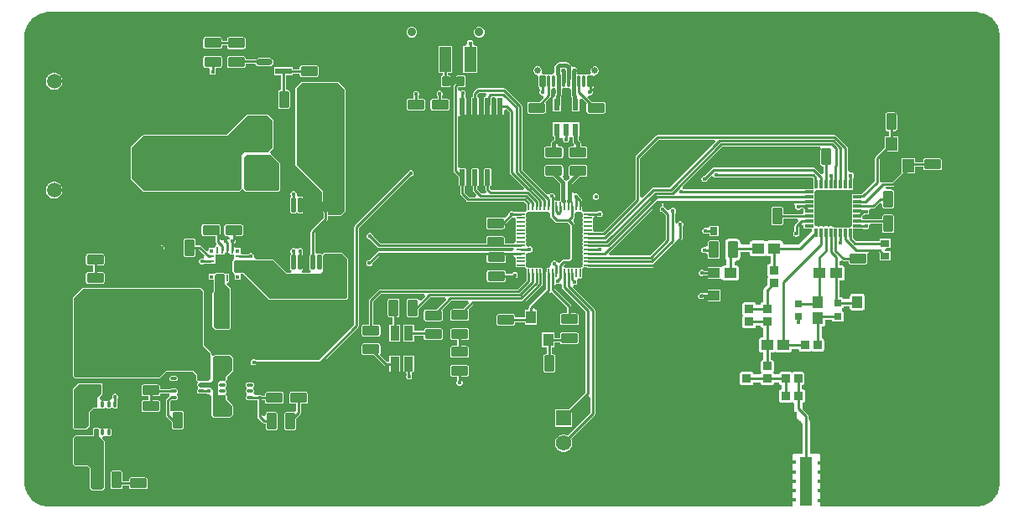
<source format=gtl>
G04*
G04 #@! TF.GenerationSoftware,Altium Limited,Altium Designer,25.4.2 (15)*
G04*
G04 Layer_Physical_Order=1*
G04 Layer_Color=255*
%FSLAX44Y44*%
%MOMM*%
G71*
G04*
G04 #@! TF.SameCoordinates,69983CE8-C732-48D4-ACAD-208037422C18*
G04*
G04*
G04 #@! TF.FilePolarity,Positive*
G04*
G01*
G75*
G04:AMPARAMS|DCode=18|XSize=0.3mm|YSize=0.6mm|CornerRadius=0.0495mm|HoleSize=0mm|Usage=FLASHONLY|Rotation=90.000|XOffset=0mm|YOffset=0mm|HoleType=Round|Shape=RoundedRectangle|*
%AMROUNDEDRECTD18*
21,1,0.3000,0.5010,0,0,90.0*
21,1,0.2010,0.6000,0,0,90.0*
1,1,0.0990,0.2505,0.1005*
1,1,0.0990,0.2505,-0.1005*
1,1,0.0990,-0.2505,-0.1005*
1,1,0.0990,-0.2505,0.1005*
%
%ADD18ROUNDEDRECTD18*%
G04:AMPARAMS|DCode=19|XSize=0.6mm|YSize=0.31mm|CornerRadius=0.0496mm|HoleSize=0mm|Usage=FLASHONLY|Rotation=90.000|XOffset=0mm|YOffset=0mm|HoleType=Round|Shape=RoundedRectangle|*
%AMROUNDEDRECTD19*
21,1,0.6000,0.2108,0,0,90.0*
21,1,0.5008,0.3100,0,0,90.0*
1,1,0.0992,0.1054,0.2504*
1,1,0.0992,0.1054,-0.2504*
1,1,0.0992,-0.1054,-0.2504*
1,1,0.0992,-0.1054,0.2504*
%
%ADD19ROUNDEDRECTD19*%
G04:AMPARAMS|DCode=20|XSize=0.6mm|YSize=0.31mm|CornerRadius=0.0496mm|HoleSize=0mm|Usage=FLASHONLY|Rotation=180.000|XOffset=0mm|YOffset=0mm|HoleType=Round|Shape=RoundedRectangle|*
%AMROUNDEDRECTD20*
21,1,0.6000,0.2108,0,0,180.0*
21,1,0.5008,0.3100,0,0,180.0*
1,1,0.0992,-0.2504,0.1054*
1,1,0.0992,0.2504,0.1054*
1,1,0.0992,0.2504,-0.1054*
1,1,0.0992,-0.2504,-0.1054*
%
%ADD20ROUNDEDRECTD20*%
%ADD21R,1.6000X5.0000*%
%ADD22R,1.2000X5.0000*%
%ADD23R,1.0000X2.9000*%
%ADD24R,1.0000X3.3000*%
%ADD25R,3.3000X1.0000*%
%ADD26R,2.9000X1.0000*%
%ADD27R,1.0121X1.1587*%
%ADD28R,1.2061X1.0582*%
%ADD29R,0.7000X0.6500*%
%ADD30R,1.1587X1.0121*%
%ADD31R,0.3000X0.8500*%
G04:AMPARAMS|DCode=32|XSize=1mm|YSize=1.7mm|CornerRadius=0.125mm|HoleSize=0mm|Usage=FLASHONLY|Rotation=0.000|XOffset=0mm|YOffset=0mm|HoleType=Round|Shape=RoundedRectangle|*
%AMROUNDEDRECTD32*
21,1,1.0000,1.4500,0,0,0.0*
21,1,0.7500,1.7000,0,0,0.0*
1,1,0.2500,0.3750,-0.7250*
1,1,0.2500,-0.3750,-0.7250*
1,1,0.2500,-0.3750,0.7250*
1,1,0.2500,0.3750,0.7250*
%
%ADD32ROUNDEDRECTD32*%
%ADD33R,0.8061X0.8582*%
%ADD34R,0.8500X0.9000*%
%ADD35R,0.9000X0.8500*%
%ADD36R,0.8582X0.8061*%
G04:AMPARAMS|DCode=37|XSize=1mm|YSize=1.7mm|CornerRadius=0.125mm|HoleSize=0mm|Usage=FLASHONLY|Rotation=270.000|XOffset=0mm|YOffset=0mm|HoleType=Round|Shape=RoundedRectangle|*
%AMROUNDEDRECTD37*
21,1,1.0000,1.4500,0,0,270.0*
21,1,0.7500,1.7000,0,0,270.0*
1,1,0.2500,-0.7250,-0.3750*
1,1,0.2500,-0.7250,0.3750*
1,1,0.2500,0.7250,0.3750*
1,1,0.2500,0.7250,-0.3750*
%
%ADD37ROUNDEDRECTD37*%
%ADD38R,1.4500X1.4500*%
%ADD39R,0.3750X0.3750*%
%ADD40R,0.2500X0.7000*%
%ADD41R,0.7000X0.2500*%
%ADD42R,1.1062X1.3051*%
G04:AMPARAMS|DCode=43|XSize=1.6587mm|YSize=0.6268mm|CornerRadius=0.3134mm|HoleSize=0mm|Usage=FLASHONLY|Rotation=180.000|XOffset=0mm|YOffset=0mm|HoleType=Round|Shape=RoundedRectangle|*
%AMROUNDEDRECTD43*
21,1,1.6587,0.0000,0,0,180.0*
21,1,1.0319,0.6268,0,0,180.0*
1,1,0.6268,-0.5159,0.0000*
1,1,0.6268,0.5159,0.0000*
1,1,0.6268,0.5159,0.0000*
1,1,0.6268,-0.5159,0.0000*
%
%ADD43ROUNDEDRECTD43*%
%ADD44R,1.6587X0.6268*%
%ADD45R,1.2000X1.4000*%
G04:AMPARAMS|DCode=46|XSize=0.8mm|YSize=1mm|CornerRadius=0.1mm|HoleSize=0mm|Usage=FLASHONLY|Rotation=180.000|XOffset=0mm|YOffset=0mm|HoleType=Round|Shape=RoundedRectangle|*
%AMROUNDEDRECTD46*
21,1,0.8000,0.8000,0,0,180.0*
21,1,0.6000,1.0000,0,0,180.0*
1,1,0.2000,-0.3000,0.4000*
1,1,0.2000,0.3000,0.4000*
1,1,0.2000,0.3000,-0.4000*
1,1,0.2000,-0.3000,-0.4000*
%
%ADD46ROUNDEDRECTD46*%
%ADD47R,0.8500X0.7500*%
%ADD48R,0.7500X0.8500*%
%ADD49R,0.8500X0.3000*%
%ADD50R,3.5500X3.5500*%
G04:AMPARAMS|DCode=51|XSize=1.5mm|YSize=0.45mm|CornerRadius=0.0495mm|HoleSize=0mm|Usage=FLASHONLY|Rotation=270.000|XOffset=0mm|YOffset=0mm|HoleType=Round|Shape=RoundedRectangle|*
%AMROUNDEDRECTD51*
21,1,1.5000,0.3510,0,0,270.0*
21,1,1.4010,0.4500,0,0,270.0*
1,1,0.0990,-0.1755,-0.7005*
1,1,0.0990,-0.1755,0.7005*
1,1,0.0990,0.1755,0.7005*
1,1,0.0990,0.1755,-0.7005*
%
%ADD51ROUNDEDRECTD51*%
%ADD52R,2.2000X0.6000*%
%ADD53R,2.2000X3.1500*%
%ADD54R,2.2000X4.4000*%
%ADD55R,2.3000X2.5000*%
%ADD56R,0.9800X3.4000*%
G04:AMPARAMS|DCode=57|XSize=1.61mm|YSize=0.58mm|CornerRadius=0.0725mm|HoleSize=0mm|Usage=FLASHONLY|Rotation=90.000|XOffset=0mm|YOffset=0mm|HoleType=Round|Shape=RoundedRectangle|*
%AMROUNDEDRECTD57*
21,1,1.6100,0.4350,0,0,90.0*
21,1,1.4650,0.5800,0,0,90.0*
1,1,0.1450,0.2175,0.7325*
1,1,0.1450,0.2175,-0.7325*
1,1,0.1450,-0.2175,-0.7325*
1,1,0.1450,-0.2175,0.7325*
%
%ADD57ROUNDEDRECTD57*%
G04:AMPARAMS|DCode=58|XSize=0.3mm|YSize=1.15mm|CornerRadius=0.0375mm|HoleSize=0mm|Usage=FLASHONLY|Rotation=180.000|XOffset=0mm|YOffset=0mm|HoleType=Round|Shape=RoundedRectangle|*
%AMROUNDEDRECTD58*
21,1,0.3000,1.0750,0,0,180.0*
21,1,0.2250,1.1500,0,0,180.0*
1,1,0.0750,-0.1125,0.5375*
1,1,0.0750,0.1125,0.5375*
1,1,0.0750,0.1125,-0.5375*
1,1,0.0750,-0.1125,-0.5375*
%
%ADD58ROUNDEDRECTD58*%
G04:AMPARAMS|DCode=59|XSize=0.6mm|YSize=1.15mm|CornerRadius=0.075mm|HoleSize=0mm|Usage=FLASHONLY|Rotation=180.000|XOffset=0mm|YOffset=0mm|HoleType=Round|Shape=RoundedRectangle|*
%AMROUNDEDRECTD59*
21,1,0.6000,1.0000,0,0,180.0*
21,1,0.4500,1.1500,0,0,180.0*
1,1,0.1500,-0.2250,0.5000*
1,1,0.1500,0.2250,0.5000*
1,1,0.1500,0.2250,-0.5000*
1,1,0.1500,-0.2250,-0.5000*
%
%ADD59ROUNDEDRECTD59*%
%ADD60R,0.6000X1.2000*%
%ADD61R,0.9000X1.5000*%
%ADD62R,3.1000X3.1000*%
%ADD63O,0.9000X0.2000*%
%ADD64O,0.2000X0.9000*%
%ADD65R,1.2000X2.5000*%
%ADD66R,1.0500X1.3000*%
%ADD96C,1.5700*%
%ADD97R,1.5700X1.5700*%
%ADD102C,0.9000*%
%ADD107C,0.2540*%
G04:AMPARAMS|DCode=108|XSize=1.65mm|YSize=2.4mm|CornerRadius=0.0495mm|HoleSize=0mm|Usage=FLASHONLY|Rotation=0.000|XOffset=0mm|YOffset=0mm|HoleType=Round|Shape=RoundedRectangle|*
%AMROUNDEDRECTD108*
21,1,1.6500,2.3010,0,0,0.0*
21,1,1.5510,2.4000,0,0,0.0*
1,1,0.0990,0.7755,-1.1505*
1,1,0.0990,-0.7755,-1.1505*
1,1,0.0990,-0.7755,1.1505*
1,1,0.0990,0.7755,1.1505*
%
%ADD108ROUNDEDRECTD108*%
G04:AMPARAMS|DCode=109|XSize=1.65mm|YSize=2.4mm|CornerRadius=0.0495mm|HoleSize=0mm|Usage=FLASHONLY|Rotation=90.000|XOffset=0mm|YOffset=0mm|HoleType=Round|Shape=RoundedRectangle|*
%AMROUNDEDRECTD109*
21,1,1.6500,2.3010,0,0,90.0*
21,1,1.5510,2.4000,0,0,90.0*
1,1,0.0990,1.1505,0.7755*
1,1,0.0990,1.1505,-0.7755*
1,1,0.0990,-1.1505,-0.7755*
1,1,0.0990,-1.1505,0.7755*
%
%ADD109ROUNDEDRECTD109*%
%ADD110C,0.3810*%
%ADD111C,0.2665*%
%ADD112R,2.5500X2.5500*%
%ADD113C,2.5500*%
%ADD114C,1.5080*%
%ADD115C,0.4500*%
%ADD116C,5.0000*%
%ADD117O,1.0000X2.1000*%
%ADD118C,0.6500*%
%ADD119O,1.0000X1.8000*%
%ADD120C,1.0000*%
%ADD121C,0.5000*%
%ADD122C,0.6000*%
G36*
X959600Y500189D02*
X962102D01*
X967009Y499213D01*
X971631Y497299D01*
X975791Y494519D01*
X979329Y490981D01*
X982109Y486821D01*
X984024Y482198D01*
X985000Y477291D01*
Y474790D01*
X985000D01*
X985000Y25400D01*
Y22898D01*
X984024Y17991D01*
X982109Y13369D01*
X979329Y9208D01*
X975791Y5671D01*
X971631Y2891D01*
X967009Y976D01*
X962102Y0D01*
X959600D01*
Y0D01*
X959600Y0D01*
X845000Y190D01*
X803555D01*
X803218Y600D01*
Y51400D01*
X803025Y52371D01*
X802475Y53195D01*
X801651Y53745D01*
X800680Y53938D01*
X793230D01*
Y85750D01*
X793037Y86721D01*
X792615Y87741D01*
X792065Y88565D01*
X792065Y88565D01*
X791515Y89114D01*
Y91379D01*
X791343Y92246D01*
X790852Y92981D01*
X785480Y98352D01*
Y104962D01*
X785750D01*
X786721Y105155D01*
X787545Y105705D01*
X788095Y106529D01*
X788288Y107500D01*
Y116500D01*
X788095Y117471D01*
X787545Y118295D01*
X786721Y118845D01*
X785750Y119038D01*
X785002D01*
Y122671D01*
X785052D01*
X786023Y122864D01*
X786846Y123414D01*
X787397Y124238D01*
X787590Y125209D01*
Y133791D01*
X787397Y134762D01*
X786846Y135586D01*
X786023Y136136D01*
X785052Y136329D01*
X776991D01*
X776020Y136136D01*
X775197Y135586D01*
X774325D01*
X773502Y136136D01*
X772530Y136329D01*
X764470D01*
X763499Y136136D01*
X762675Y135586D01*
X762125Y134762D01*
X761932Y133791D01*
Y133730D01*
X756787D01*
X756636Y134491D01*
X756086Y135314D01*
Y136186D01*
X756636Y137009D01*
X756829Y137980D01*
Y146041D01*
X756636Y147012D01*
X756086Y147836D01*
X755262Y148386D01*
X754291Y148579D01*
X753730D01*
Y156151D01*
X755759D01*
X756731Y156345D01*
X757554Y156895D01*
X758912D01*
X759735Y156345D01*
X760706Y156151D01*
X772294D01*
X773265Y156345D01*
X774088Y156895D01*
X774638Y157718D01*
X774831Y158689D01*
Y159520D01*
X781671D01*
Y159209D01*
X781864Y158238D01*
X782414Y157414D01*
X783238Y156864D01*
X784209Y156671D01*
X792270D01*
X793241Y156864D01*
X794064Y157414D01*
X794936D01*
X795759Y156864D01*
X796731Y156671D01*
X804791D01*
X805762Y156864D01*
X806586Y157414D01*
X807136Y158238D01*
X807329Y159209D01*
Y167791D01*
X807136Y168762D01*
X806586Y169586D01*
X805762Y170136D01*
X804980Y170291D01*
Y182151D01*
X806061D01*
X807032Y182345D01*
X807855Y182895D01*
X808405Y183718D01*
X808599Y184689D01*
Y188770D01*
X815107D01*
X815155Y188529D01*
X815705Y187705D01*
X816529Y187155D01*
X817500Y186962D01*
X824500D01*
X825471Y187155D01*
X826295Y187705D01*
X826845Y188529D01*
X827038Y189500D01*
Y196000D01*
X826845Y196971D01*
X826295Y197795D01*
X825793Y198130D01*
X825619Y199500D01*
X825793Y200870D01*
X826295Y201205D01*
X826845Y202029D01*
X826893Y202270D01*
X833401D01*
Y201224D01*
X833595Y200252D01*
X834145Y199429D01*
X834968Y198879D01*
X835939Y198685D01*
X846061D01*
X847032Y198879D01*
X847855Y199429D01*
X848406Y200252D01*
X848599Y201224D01*
Y212811D01*
X848406Y213782D01*
X847855Y214605D01*
X847032Y215155D01*
X846061Y215349D01*
X835939D01*
X834968Y215155D01*
X834145Y214605D01*
X833595Y213782D01*
X833401Y212811D01*
Y210230D01*
X826893D01*
X826845Y210471D01*
X826295Y211295D01*
X825471Y211845D01*
X824500Y212038D01*
X823241D01*
Y228421D01*
X825291D01*
X826262Y228614D01*
X827086Y229164D01*
X827636Y229988D01*
X827829Y230959D01*
Y241541D01*
X827636Y242512D01*
X827086Y243336D01*
X826262Y243886D01*
X825291Y244079D01*
X823241D01*
Y248265D01*
X825781Y248968D01*
X826158Y248716D01*
X827000Y248549D01*
X832069D01*
Y247000D01*
X832235Y246165D01*
X832708Y245458D01*
X833416Y244985D01*
X834250Y244819D01*
X848750D01*
X849585Y244985D01*
X850292Y245458D01*
X850765Y246165D01*
X850931Y247000D01*
Y254500D01*
X850880Y254759D01*
X851897Y256610D01*
X852507Y257299D01*
X862338D01*
X863861Y255776D01*
Y249111D01*
X874139D01*
Y258389D01*
X869259D01*
X868803Y259071D01*
X870161Y261611D01*
X874139D01*
Y270889D01*
X863861D01*
Y268451D01*
X839412D01*
X837996Y269867D01*
X836389Y271611D01*
X836389D01*
X836389Y271611D01*
Y279568D01*
X836389Y281361D01*
X838182Y281361D01*
X846139D01*
Y281361D01*
X848391Y280665D01*
X849126Y280361D01*
X850374D01*
X851528Y280839D01*
X852411Y281722D01*
X852889Y282876D01*
Y284124D01*
X854459Y286549D01*
X866069D01*
Y279000D01*
X866235Y278165D01*
X866708Y277458D01*
X867415Y276985D01*
X868250Y276819D01*
X875750D01*
X876585Y276985D01*
X877292Y277458D01*
X877765Y278165D01*
X877931Y279000D01*
Y293500D01*
X877765Y294335D01*
X877292Y295042D01*
X876585Y295515D01*
X875750Y295681D01*
X868250D01*
X867415Y295515D01*
X866708Y295042D01*
X866235Y294335D01*
X866069Y293500D01*
Y290951D01*
X848509D01*
X846139Y291361D01*
X846139Y294080D01*
X847159Y295058D01*
X848169Y295757D01*
X849126Y295361D01*
X850374D01*
X851528Y295839D01*
X852411Y296722D01*
X852889Y297876D01*
Y299124D01*
X854459Y301549D01*
X856985D01*
X857828Y301716D01*
X858542Y302194D01*
X863529Y307181D01*
X866069Y306129D01*
Y304000D01*
X866235Y303165D01*
X866708Y302458D01*
X867415Y301985D01*
X868250Y301819D01*
X875750D01*
X876585Y301985D01*
X877292Y302458D01*
X877765Y303165D01*
X877931Y304000D01*
Y318500D01*
X877765Y319335D01*
X877292Y320042D01*
X876585Y320515D01*
X875750Y320681D01*
X870631D01*
X869153Y323221D01*
X869339Y323549D01*
X876750D01*
X877592Y323716D01*
X878307Y324193D01*
X891019Y336906D01*
X898958D01*
Y344049D01*
X907319D01*
Y342500D01*
X907485Y341665D01*
X907958Y340958D01*
X908665Y340485D01*
X909500Y340319D01*
X924000D01*
X924835Y340485D01*
X925542Y340958D01*
X926015Y341665D01*
X926181Y342500D01*
Y350000D01*
X926015Y350835D01*
X925542Y351542D01*
X924835Y352015D01*
X924000Y352181D01*
X909500D01*
X908665Y352015D01*
X907958Y351542D01*
X907485Y350835D01*
X907319Y350000D01*
Y348451D01*
X898958D01*
Y352684D01*
X885180D01*
Y337293D01*
X875838Y327951D01*
X866500D01*
X865658Y327784D01*
X865133Y327883D01*
X863601Y328708D01*
X863201Y329125D01*
Y351814D01*
X870293Y358906D01*
X881958D01*
Y374684D01*
X877271D01*
Y379819D01*
X878750D01*
X879585Y379985D01*
X880292Y380458D01*
X880765Y381165D01*
X880931Y382000D01*
Y396500D01*
X880765Y397335D01*
X880292Y398042D01*
X879585Y398515D01*
X878750Y398681D01*
X871250D01*
X870415Y398515D01*
X869708Y398042D01*
X869235Y397335D01*
X869069Y396500D01*
Y382000D01*
X869235Y381165D01*
X869708Y380458D01*
X870415Y379985D01*
X871250Y379819D01*
X872868D01*
Y374684D01*
X868180D01*
Y363019D01*
X859444Y354282D01*
X858966Y353568D01*
X858799Y352726D01*
Y329162D01*
X845818Y316181D01*
X841230D01*
X841017Y316139D01*
X835861D01*
X835861Y311361D01*
X835861Y308821D01*
X835861Y306361D01*
X835861Y303901D01*
X835861Y301139D01*
X835861D01*
Y296361D01*
X835861D01*
Y296139D01*
X835861D01*
X835861Y291361D01*
X835861Y288901D01*
X835861Y286139D01*
X835861Y286139D01*
X835861Y283686D01*
X833321Y281889D01*
X831389Y281889D01*
X831389Y281889D01*
X826611Y281889D01*
X824151Y281889D01*
X821389Y281889D01*
Y281889D01*
X817861D01*
X817845Y281971D01*
X817295Y282795D01*
X816471Y283345D01*
X815500Y283538D01*
X812500D01*
X811529Y283345D01*
X811500Y283326D01*
X811471Y283345D01*
X810500Y283538D01*
X807500D01*
X806529Y283345D01*
X806500Y283326D01*
X806471Y283345D01*
X805500Y283538D01*
X802500D01*
X801529Y283345D01*
X801500Y283326D01*
X801471Y283345D01*
X800500Y283538D01*
X799556D01*
X797139Y285928D01*
X797139Y288679D01*
X797139Y291139D01*
X797139Y293679D01*
X797139Y296139D01*
X797139Y298599D01*
X797139Y301361D01*
X797139Y301361D01*
X797139Y306139D01*
X797139Y308599D01*
X797139Y311361D01*
X797139D01*
Y316139D01*
X797139D01*
Y316361D01*
X797139Y316361D01*
X797139Y318779D01*
X799679Y320611D01*
X801611Y320611D01*
Y320611D01*
X806389D01*
Y320611D01*
X806611D01*
Y320611D01*
X811389D01*
Y320611D01*
X811611D01*
Y320611D01*
X816389D01*
Y320611D01*
X816611D01*
Y320611D01*
X821389D01*
Y320611D01*
X821611D01*
Y320611D01*
X826389D01*
Y320611D01*
X826611D01*
Y320611D01*
X831389D01*
Y320611D01*
X831611D01*
Y320611D01*
X836389D01*
Y330889D01*
X836389Y330889D01*
X836389D01*
X836389Y330889D01*
X836905Y333215D01*
X836911Y333222D01*
X837389Y334376D01*
Y335624D01*
X836911Y336778D01*
X836028Y337661D01*
X834874Y338139D01*
X833626D01*
X831201Y339709D01*
Y362500D01*
X831034Y363342D01*
X830557Y364057D01*
X819557Y375056D01*
X818842Y375534D01*
X818000Y375701D01*
X639500D01*
X638658Y375534D01*
X637943Y375056D01*
X617444Y354557D01*
X616966Y353842D01*
X616799Y353000D01*
Y310761D01*
X584239Y278201D01*
X576211D01*
X576064Y278272D01*
X574176Y280000D01*
X574029Y280737D01*
X573988Y282000D01*
X574029Y283263D01*
X574176Y284000D01*
X574029Y284737D01*
X573988Y286000D01*
X574029Y287263D01*
X574176Y288000D01*
X574029Y288737D01*
X573988Y290000D01*
X574029Y291263D01*
X574176Y292000D01*
X576064Y293727D01*
X576211Y293799D01*
X578512D01*
X578972Y293339D01*
X580126Y292861D01*
X581374D01*
X582528Y293339D01*
X583411Y294222D01*
X583889Y295376D01*
Y296624D01*
X583411Y297778D01*
X582528Y298661D01*
X581374Y299139D01*
X580126D01*
X578972Y298661D01*
X578512Y298201D01*
X568750D01*
X567908Y298034D01*
X567746Y297926D01*
X565250D01*
X564701Y297817D01*
X563662Y298630D01*
X563630Y298662D01*
X562817Y299701D01*
X562926Y300250D01*
Y302746D01*
X563034Y302908D01*
X563201Y303750D01*
Y309500D01*
X563034Y310342D01*
X562557Y311057D01*
X559889Y313724D01*
Y314374D01*
X559411Y315528D01*
X558528Y316411D01*
X557374Y316889D01*
X556126D01*
X555564Y316656D01*
X553706Y317479D01*
X553024Y318055D01*
Y326495D01*
X560098Y333569D01*
X566250D01*
X567085Y333735D01*
X567792Y334208D01*
X568265Y334915D01*
X568431Y335750D01*
Y343250D01*
X568265Y344085D01*
X567792Y344792D01*
X567085Y345265D01*
X566250Y345431D01*
X551750D01*
X550915Y345265D01*
X550208Y344792D01*
X549735Y344085D01*
X549569Y343250D01*
Y335750D01*
X549735Y334915D01*
X550208Y334208D01*
X549996Y331525D01*
X548582Y330111D01*
X547000Y329868D01*
X545418Y330111D01*
X543921Y331608D01*
X543292Y334208D01*
X543765Y334915D01*
X543931Y335750D01*
Y343250D01*
X543765Y344085D01*
X543292Y344792D01*
X542585Y345265D01*
X541750Y345431D01*
X527250D01*
X526415Y345265D01*
X525708Y344792D01*
X525235Y344085D01*
X525069Y343250D01*
Y335750D01*
X525235Y334915D01*
X525708Y334208D01*
X526415Y333735D01*
X527250Y333569D01*
X533902D01*
X540976Y326495D01*
Y310175D01*
X540976Y310175D01*
X540573Y309527D01*
X538200Y309013D01*
X537737Y309029D01*
X537000Y309176D01*
X535273Y311064D01*
X535201Y311211D01*
Y312012D01*
X535411Y312222D01*
X535889Y313376D01*
Y314624D01*
X535411Y315778D01*
X534528Y316661D01*
X533374Y317139D01*
X532126D01*
X530972Y316661D01*
X530089Y315778D01*
X527372Y315856D01*
X513776Y329451D01*
X513062Y329929D01*
X512903Y329961D01*
X502512Y340351D01*
Y405289D01*
X502345Y406131D01*
X501867Y406845D01*
X486156Y422556D01*
X485442Y423034D01*
X484599Y423201D01*
X458250D01*
X457408Y423034D01*
X456693Y422557D01*
X453344Y419207D01*
X452866Y418492D01*
X452699Y417650D01*
Y414265D01*
X452095Y414145D01*
X451561Y413789D01*
X451205Y413255D01*
X451079Y412625D01*
Y397975D01*
X451205Y397345D01*
X451561Y396811D01*
X452095Y396455D01*
X452725Y396329D01*
X457075D01*
X457705Y396455D01*
X458239Y396811D01*
X458595Y397345D01*
X458721Y397975D01*
Y412625D01*
X458595Y413255D01*
X458239Y413789D01*
X457705Y414145D01*
X457101Y414265D01*
Y416738D01*
X459162Y418799D01*
X465466D01*
X466632Y416689D01*
X465557Y414535D01*
X465384Y414263D01*
X464795Y414145D01*
X464261Y413789D01*
X463905Y413255D01*
X463779Y412625D01*
Y397975D01*
X463905Y397345D01*
X464261Y396811D01*
X464795Y396455D01*
X465425Y396329D01*
X469775D01*
X470405Y396455D01*
X470939Y396811D01*
X471295Y397345D01*
X471421Y397975D01*
Y412625D01*
X472724Y414327D01*
X474644D01*
X476479Y412327D01*
Y397975D01*
X476605Y397345D01*
X476961Y396811D01*
X477495Y396455D01*
X478125Y396329D01*
X482475D01*
X483105Y396455D01*
X483639Y396811D01*
X483995Y397345D01*
X484121Y397975D01*
Y400924D01*
X486661Y401976D01*
X490049Y398588D01*
Y337801D01*
X490216Y336959D01*
X490694Y336245D01*
X504640Y322298D01*
X503668Y319951D01*
X471412D01*
X469801Y321562D01*
Y324235D01*
X470405Y324355D01*
X470939Y324711D01*
X471295Y325245D01*
X471421Y325875D01*
Y340525D01*
X471295Y341155D01*
X470939Y341689D01*
X470405Y342045D01*
X469775Y342171D01*
X465425D01*
X464795Y342045D01*
X464261Y341689D01*
X463905Y341155D01*
X463779Y340525D01*
Y325875D01*
X463905Y325245D01*
X464261Y324711D01*
X464795Y324355D01*
X465399Y324235D01*
Y320650D01*
X465566Y319808D01*
X466044Y319093D01*
X466268Y318869D01*
X465296Y316522D01*
X461341D01*
X457101Y320762D01*
Y324235D01*
X457705Y324355D01*
X458239Y324711D01*
X458595Y325245D01*
X458721Y325875D01*
Y340525D01*
X458595Y341155D01*
X458239Y341689D01*
X457705Y342045D01*
X457075Y342171D01*
X452725D01*
X452095Y342045D01*
X451561Y341689D01*
X451205Y341155D01*
X451079Y340525D01*
Y325875D01*
X451205Y325245D01*
X451561Y324711D01*
X452095Y324355D01*
X452699Y324235D01*
Y319850D01*
X452866Y319008D01*
X453344Y318293D01*
X456339Y315298D01*
X455367Y312951D01*
X448912D01*
X444401Y317462D01*
Y324235D01*
X445005Y324355D01*
X445539Y324711D01*
X445895Y325245D01*
X446021Y325875D01*
Y340525D01*
X445895Y341155D01*
X445539Y341689D01*
X445005Y342045D01*
X444375Y342171D01*
X440025D01*
X438172Y343344D01*
X437630Y343921D01*
Y394579D01*
X438172Y395156D01*
X440025Y396329D01*
X440170Y396329D01*
X444375D01*
X445005Y396455D01*
X445539Y396811D01*
X445895Y397345D01*
X446021Y397975D01*
Y412625D01*
X445895Y413255D01*
X445539Y413789D01*
X445201Y416185D01*
X445250Y416686D01*
X445639Y417626D01*
Y418874D01*
X445161Y420028D01*
X444278Y420911D01*
X443124Y421389D01*
X441876D01*
X440722Y420911D01*
X440170Y420359D01*
X438606Y420647D01*
X437630Y421138D01*
Y424120D01*
X437834Y424324D01*
X443500D01*
X444237Y424471D01*
X444862Y424888D01*
X445279Y425513D01*
X445426Y426250D01*
Y434250D01*
X445279Y434987D01*
X444862Y435612D01*
X444237Y436029D01*
X443500Y436176D01*
X437500D01*
X436763Y436029D01*
X436138Y435612D01*
X435721Y434987D01*
X435574Y434250D01*
Y428220D01*
X435360Y428077D01*
X433872Y426589D01*
X433395Y425874D01*
X433227Y425032D01*
Y339972D01*
X433395Y339129D01*
X433872Y338415D01*
X438379Y333908D01*
Y325875D01*
X438505Y325245D01*
X438861Y324711D01*
X439395Y324355D01*
X439999Y324235D01*
Y316550D01*
X440166Y315708D01*
X440644Y314993D01*
X446443Y309193D01*
X447158Y308716D01*
X448000Y308549D01*
X504048D01*
X507074Y305523D01*
Y300486D01*
X507074Y300250D01*
X507074Y300250D01*
X507104Y300101D01*
X507104Y300100D01*
X507152Y299661D01*
X506370Y298662D01*
X506338Y298630D01*
X505339Y297848D01*
X504900Y297896D01*
X504899Y297896D01*
X504750Y297926D01*
X504750Y297926D01*
X504534Y297926D01*
X502254D01*
X502092Y298034D01*
X501250Y298201D01*
X493988D01*
X493778Y298411D01*
X492624Y298889D01*
X491376D01*
X490222Y298411D01*
X489339Y297528D01*
X488861Y296374D01*
Y295724D01*
X485100Y291963D01*
X484292Y292042D01*
X483585Y292515D01*
X482750Y292681D01*
X468250D01*
X467415Y292515D01*
X466708Y292042D01*
X466235Y291335D01*
X466069Y290500D01*
Y283000D01*
X466235Y282165D01*
X466708Y281458D01*
X467415Y280985D01*
X468250Y280819D01*
X482750D01*
X483585Y280985D01*
X484292Y281458D01*
X484765Y282165D01*
X484931Y283000D01*
Y285568D01*
X491974Y292611D01*
X492624D01*
X493422Y292941D01*
X494732Y292428D01*
X495900Y291619D01*
X495971Y291263D01*
X496012Y290000D01*
X495971Y288737D01*
X495824Y288000D01*
X495971Y287263D01*
X496012Y286000D01*
X495971Y284737D01*
X495824Y284000D01*
X495971Y283263D01*
X496012Y282000D01*
X495971Y280737D01*
X495824Y280000D01*
X495971Y279263D01*
X496012Y278000D01*
X495971Y276737D01*
X495824Y276000D01*
X495971Y275263D01*
X496012Y274000D01*
X495971Y272737D01*
X495824Y272000D01*
X495971Y271263D01*
X496012Y270000D01*
X495971Y268737D01*
X495824Y268000D01*
X493936Y266273D01*
X493789Y266201D01*
X484931D01*
Y271500D01*
X484765Y272335D01*
X484292Y273042D01*
X483585Y273515D01*
X482750Y273681D01*
X468250D01*
X467415Y273515D01*
X466708Y273042D01*
X466235Y272335D01*
X466069Y271500D01*
Y266201D01*
X359162D01*
X351889Y273474D01*
Y274374D01*
X351411Y275528D01*
X350528Y276411D01*
X349374Y276889D01*
X348126D01*
X346972Y276411D01*
X346089Y275528D01*
X345611Y274374D01*
Y273126D01*
X346089Y271972D01*
X346972Y271089D01*
X348126Y270611D01*
X348526D01*
X356693Y262443D01*
X357408Y261966D01*
X358250Y261799D01*
X493789D01*
X493936Y261727D01*
X494436Y261270D01*
Y260473D01*
X492115Y258201D01*
X358000D01*
X357158Y258034D01*
X356443Y257556D01*
X348276Y249389D01*
X347626D01*
X346472Y248911D01*
X345589Y248028D01*
X345111Y246874D01*
Y245626D01*
X345589Y244472D01*
X346472Y243589D01*
X347626Y243111D01*
X348874D01*
X350028Y243589D01*
X350911Y244472D01*
X351389Y245626D01*
Y246276D01*
X358912Y253799D01*
X466819D01*
Y248500D01*
X466985Y247665D01*
X467458Y246958D01*
X468165Y246485D01*
X469000Y246319D01*
X483500D01*
X484335Y246485D01*
X485042Y246958D01*
X485515Y247665D01*
X485681Y248500D01*
Y253799D01*
X493789D01*
X493936Y253727D01*
X495824Y252000D01*
X495971Y251263D01*
X496012Y250000D01*
X495971Y248737D01*
X495824Y248000D01*
X495971Y247263D01*
X496012Y246000D01*
X495971Y244737D01*
X495824Y244000D01*
X495971Y243263D01*
X496388Y242638D01*
X497013Y242221D01*
X497750Y242074D01*
X504514D01*
X504750Y242074D01*
X504750Y242074D01*
X504899Y242104D01*
X504900Y242104D01*
X505339Y242152D01*
X506338Y241370D01*
X506370Y241338D01*
X507152Y240339D01*
X507104Y239900D01*
X507104Y239899D01*
X507074Y239750D01*
X507074Y239750D01*
X507074Y239534D01*
Y237254D01*
X506966Y237092D01*
X506799Y236250D01*
Y228662D01*
X497804Y219667D01*
X359216D01*
X358374Y219500D01*
X357659Y219023D01*
X348443Y209806D01*
X347966Y209092D01*
X347799Y208250D01*
Y184181D01*
X342750D01*
X341915Y184015D01*
X341208Y183542D01*
X340735Y182835D01*
X340569Y182000D01*
Y174500D01*
X340735Y173665D01*
X341208Y172958D01*
X341915Y172485D01*
X342750Y172319D01*
X357250D01*
X358085Y172485D01*
X358792Y172958D01*
X359265Y173665D01*
X359431Y174500D01*
Y182000D01*
X359265Y182835D01*
X358792Y183542D01*
X358085Y184015D01*
X357250Y184181D01*
X352201D01*
Y207338D01*
X360128Y215265D01*
X403583D01*
X404555Y212918D01*
X400120Y208483D01*
X397849Y209007D01*
X397360Y209316D01*
X397042Y209792D01*
X396335Y210265D01*
X395500Y210431D01*
X388000D01*
X387165Y210265D01*
X386458Y209792D01*
X385985Y209085D01*
X385819Y208250D01*
Y193750D01*
X385985Y192915D01*
X386458Y192208D01*
X387165Y191735D01*
X388000Y191569D01*
X395500D01*
X396335Y191735D01*
X397042Y192208D01*
X397515Y192915D01*
X397681Y193750D01*
Y199818D01*
X409699Y211836D01*
X424654D01*
X425626Y209489D01*
X415568Y199431D01*
X405500D01*
X404665Y199265D01*
X403958Y198792D01*
X403485Y198085D01*
X403319Y197250D01*
Y189750D01*
X403485Y188915D01*
X403958Y188208D01*
X404665Y187735D01*
X405500Y187569D01*
X420000D01*
X420835Y187735D01*
X421542Y188208D01*
X422015Y188915D01*
X422181Y189750D01*
Y197250D01*
X422015Y198085D01*
X421542Y198792D01*
X421507Y199144D01*
X430770Y208407D01*
X447725D01*
X448697Y206060D01*
X442318Y199681D01*
X432250D01*
X431415Y199515D01*
X430708Y199042D01*
X430235Y198335D01*
X430069Y197500D01*
Y190000D01*
X430235Y189165D01*
X430708Y188458D01*
X431415Y187985D01*
X432250Y187819D01*
X446750D01*
X447585Y187985D01*
X448292Y188458D01*
X448765Y189165D01*
X448931Y190000D01*
Y197500D01*
X448765Y198335D01*
X448292Y199042D01*
X448257Y199394D01*
X453841Y204978D01*
X502977D01*
X503819Y205145D01*
X504534Y205623D01*
X522557Y223645D01*
X523034Y224360D01*
X523201Y225202D01*
Y236250D01*
X523034Y237092D01*
X522926Y237254D01*
Y239750D01*
X522779Y240487D01*
X522530Y240861D01*
X522362Y241112D01*
X522362D01*
X521737Y241529D01*
X521737D01*
X521000Y241676D01*
X520263Y241529D01*
X519000Y241483D01*
X517737Y241529D01*
X517000Y241676D01*
X516263Y241529D01*
X515000Y241483D01*
X513737Y241529D01*
X513000Y241676D01*
X512263Y241529D01*
X511000Y241483D01*
X509737Y241529D01*
X509000Y241676D01*
X509000Y241676D01*
X508851Y241646D01*
X508850Y241646D01*
X508411Y241598D01*
X507412Y242380D01*
X507380Y242412D01*
X506598Y243411D01*
X506646Y243850D01*
X506646Y243851D01*
X506676Y244000D01*
X506676Y244000D01*
X506632Y244220D01*
X506529Y244737D01*
X506488Y246000D01*
X506529Y247263D01*
X506676Y248000D01*
X506529Y248737D01*
X506488Y250000D01*
X506529Y251263D01*
X506676Y252000D01*
X506529Y252737D01*
X506483Y254000D01*
X506529Y255263D01*
X506573Y255482D01*
X506853Y255797D01*
X508070Y256576D01*
X509069Y256988D01*
X509376Y256861D01*
X510624D01*
X511778Y257339D01*
X512661Y258222D01*
X513139Y259376D01*
Y260624D01*
X512661Y261778D01*
X511778Y262661D01*
X510624Y263139D01*
X509376D01*
X509069Y263012D01*
X508070Y263424D01*
X506853Y264203D01*
X506573Y264518D01*
X506529Y264737D01*
X506483Y266000D01*
X506529Y267263D01*
X506676Y268000D01*
X506529Y268737D01*
X506488Y270000D01*
X506529Y271263D01*
X506676Y272000D01*
X506529Y272737D01*
X506488Y274000D01*
X506529Y275263D01*
X506676Y276000D01*
X506529Y276737D01*
X506488Y278000D01*
X506529Y279263D01*
X506676Y280000D01*
X506529Y280737D01*
X506488Y282000D01*
X506529Y283263D01*
X506676Y284000D01*
X506529Y284737D01*
X506488Y286000D01*
X506529Y287263D01*
X506676Y288000D01*
X506529Y288737D01*
X506488Y290000D01*
X506529Y291263D01*
X506676Y292000D01*
X506529Y292737D01*
X506483Y294000D01*
X506529Y295263D01*
X506676Y296000D01*
X506676Y296000D01*
X506646Y296149D01*
X506646Y296150D01*
X506598Y296589D01*
X507380Y297588D01*
X507412Y297620D01*
X508411Y298402D01*
X508850Y298354D01*
X508851Y298354D01*
X509000Y298324D01*
X509000Y298324D01*
X509220Y298368D01*
X509737Y298471D01*
X511000Y298517D01*
X512263Y298470D01*
X513000Y298324D01*
X513737Y298470D01*
X515000Y298517D01*
X516263Y298470D01*
X517000Y298324D01*
X517737Y298470D01*
X519000Y298517D01*
X520263Y298470D01*
X521000Y298324D01*
X521737Y298470D01*
X523000Y298517D01*
X524263Y298470D01*
X525000Y298324D01*
X525737Y298470D01*
X527000Y298517D01*
X528263Y298471D01*
X529000Y298324D01*
X530728Y296436D01*
X530799Y296289D01*
Y294000D01*
X530966Y293158D01*
X531443Y292444D01*
X535943Y287943D01*
X536658Y287466D01*
X537500Y287299D01*
X548838D01*
X551299Y284838D01*
Y251412D01*
X549838Y249951D01*
X544500D01*
X543658Y249784D01*
X542943Y249307D01*
X540331Y246694D01*
X540304Y246669D01*
X540068Y246641D01*
X537573Y247265D01*
X537495Y247327D01*
X537411Y247528D01*
X536528Y248411D01*
X535374Y248889D01*
X534126D01*
X532972Y248411D01*
X532089Y247528D01*
X531611Y246374D01*
Y245126D01*
X531853Y244541D01*
X530643Y242161D01*
X529154Y241645D01*
X529000Y241676D01*
X528263Y241529D01*
X528263D01*
X527638Y241112D01*
X527638D01*
X527221Y240487D01*
X527074Y239750D01*
Y237254D01*
X526966Y237092D01*
X526799Y236250D01*
Y219912D01*
X509693Y202806D01*
X509216Y202092D01*
X509049Y201250D01*
Y198889D01*
X505111D01*
Y191201D01*
X495431D01*
Y192750D01*
X495265Y193585D01*
X494792Y194292D01*
X494085Y194765D01*
X493250Y194931D01*
X478750D01*
X477915Y194765D01*
X477208Y194292D01*
X476735Y193585D01*
X476569Y192750D01*
Y185250D01*
X476735Y184415D01*
X477208Y183708D01*
X477915Y183235D01*
X478750Y183069D01*
X493250D01*
X494085Y183235D01*
X494792Y183708D01*
X495265Y184415D01*
X495431Y185250D01*
Y186799D01*
X505111D01*
Y184111D01*
X517389D01*
Y198889D01*
X515594D01*
X514542Y201429D01*
X529520Y216407D01*
X529538Y216421D01*
X532537Y216614D01*
X532943Y216444D01*
X547799Y201588D01*
Y195431D01*
X542750D01*
X541915Y195265D01*
X541208Y194792D01*
X540735Y194085D01*
X540569Y193250D01*
Y185750D01*
X540735Y184915D01*
X541208Y184208D01*
X541915Y183735D01*
X542750Y183569D01*
X557250D01*
X558085Y183735D01*
X558792Y184208D01*
X559265Y184915D01*
X559431Y185750D01*
Y193250D01*
X559265Y194085D01*
X558792Y194792D01*
X558085Y195265D01*
X557250Y195431D01*
X552201D01*
Y202500D01*
X552034Y203342D01*
X551557Y204056D01*
X535201Y220412D01*
Y223782D01*
X535683Y224274D01*
X537741Y225270D01*
X538126Y225111D01*
X539374D01*
X540259Y225477D01*
X541517Y225014D01*
X542799Y224267D01*
Y222000D01*
X542966Y221158D01*
X543443Y220443D01*
X566554Y197333D01*
Y115067D01*
X549876Y98389D01*
X535511D01*
Y80911D01*
X552989D01*
Y95276D01*
X569259Y111546D01*
X571799Y110493D01*
Y94912D01*
X548674Y71787D01*
X547623Y72393D01*
X545401Y72989D01*
X543100D01*
X540877Y72393D01*
X538884Y71243D01*
X537257Y69616D01*
X536107Y67623D01*
X535511Y65401D01*
Y63099D01*
X536107Y60877D01*
X537257Y58884D01*
X538884Y57257D01*
X540877Y56107D01*
X543100Y55511D01*
X545401D01*
X547623Y56107D01*
X549616Y57257D01*
X551243Y58884D01*
X552393Y60877D01*
X552989Y63099D01*
Y65401D01*
X552393Y67623D01*
X551787Y68674D01*
X575557Y92444D01*
X576034Y93158D01*
X576201Y94000D01*
Y198250D01*
X576034Y199092D01*
X575557Y199806D01*
X553310Y222053D01*
X554110Y223785D01*
X554594Y224361D01*
X555624D01*
X556778Y224839D01*
X557661Y225722D01*
X558139Y226876D01*
Y228124D01*
X558010Y228435D01*
X557996Y228567D01*
X558271Y229237D01*
X559920Y230982D01*
X560263Y230971D01*
X561000Y230824D01*
X561737Y230971D01*
X562362Y231388D01*
X562779Y232013D01*
X562926Y232750D01*
Y239750D01*
X562817Y240299D01*
X563630Y241338D01*
X563662Y241370D01*
X564701Y242183D01*
X565250Y242074D01*
X567746D01*
X567908Y241966D01*
X568750Y241799D01*
X634500D01*
X635342Y241966D01*
X636057Y242444D01*
X663557Y269944D01*
X664034Y270658D01*
X664201Y271500D01*
Y283262D01*
X664661Y283722D01*
X665139Y284876D01*
Y286124D01*
X664661Y287278D01*
X663778Y288161D01*
X662624Y288639D01*
X661376D01*
X660222Y288161D01*
X659339Y287278D01*
X659116Y286740D01*
X656576Y287246D01*
Y296637D01*
X657411Y297472D01*
X657889Y298626D01*
Y299874D01*
X657411Y301028D01*
X656528Y301911D01*
X655374Y302389D01*
X654126D01*
X652972Y301911D01*
X652089Y301028D01*
X651833Y300410D01*
X649475Y299742D01*
X647639Y301425D01*
Y301624D01*
X647161Y302778D01*
X646278Y303661D01*
X645124Y304139D01*
X645439Y306549D01*
X776679D01*
X776876Y306392D01*
X778167Y304009D01*
X778111Y303874D01*
Y302626D01*
X778589Y301472D01*
X779472Y300589D01*
X780626Y300111D01*
X781874D01*
X783028Y300589D01*
X783911Y301472D01*
X786290Y301222D01*
X786861Y300651D01*
X786861Y296361D01*
X784491Y295951D01*
X765931D01*
Y301250D01*
X765765Y302085D01*
X765292Y302792D01*
X764585Y303265D01*
X763750Y303431D01*
X756250D01*
X755415Y303265D01*
X754708Y302792D01*
X754235Y302085D01*
X754069Y301250D01*
Y286750D01*
X754235Y285915D01*
X754708Y285208D01*
X755415Y284735D01*
X756250Y284569D01*
X763750D01*
X764585Y284735D01*
X765292Y285208D01*
X765765Y285915D01*
X765931Y286750D01*
Y291549D01*
X780701D01*
X781753Y289009D01*
X778068Y285324D01*
X777591Y284610D01*
X777424Y283768D01*
Y278613D01*
X776589Y277778D01*
X776111Y276624D01*
Y275376D01*
X776589Y274222D01*
X777472Y273339D01*
X778626Y272861D01*
X779874D01*
X781028Y273339D01*
X781911Y274222D01*
X782389Y275376D01*
Y276624D01*
X781911Y277778D01*
X781826Y277863D01*
Y282856D01*
X784321Y285351D01*
X786861Y284298D01*
X786861Y281361D01*
X794666D01*
X794962Y281000D01*
Y278341D01*
X781851Y265230D01*
X765829D01*
Y266541D01*
X765636Y267512D01*
X765086Y268336D01*
X764262Y268886D01*
X763291Y269079D01*
X751231D01*
X750259Y268886D01*
X749000Y268477D01*
X747741Y268886D01*
X746769Y269079D01*
X734709D01*
X733738Y268886D01*
X732914Y268336D01*
X732364Y267512D01*
X732171Y266541D01*
Y265230D01*
X723897D01*
X722641Y267250D01*
X722448Y268221D01*
X722448Y268221D01*
X722051Y269178D01*
X721501Y270001D01*
X720678Y270551D01*
X720678Y270551D01*
X719721Y270948D01*
X718750Y271141D01*
X711250D01*
X710279Y270948D01*
X710279Y270948D01*
X709322Y270551D01*
X708499Y270001D01*
X707949Y269178D01*
X707949Y269178D01*
X707552Y268221D01*
X707359Y267250D01*
Y252750D01*
X707552Y251779D01*
X707552Y251779D01*
X707949Y250822D01*
X708499Y249999D01*
X708770Y249818D01*
Y243849D01*
X706956D01*
X705985Y243655D01*
X705162Y243105D01*
X705101Y243014D01*
X702969Y242226D01*
X702203Y242200D01*
X689533D01*
Y238451D01*
X685988D01*
X685528Y238911D01*
X684374Y239389D01*
X683126D01*
X681972Y238911D01*
X681089Y238028D01*
X680611Y236874D01*
Y235626D01*
X681089Y234472D01*
X681972Y233589D01*
X683126Y233111D01*
X684374D01*
X685528Y233589D01*
X685988Y234049D01*
X689533D01*
Y230300D01*
X702203D01*
X702969Y230274D01*
X705101Y229486D01*
X705162Y229395D01*
X705985Y228845D01*
X706956Y228651D01*
X718544D01*
X719515Y228845D01*
X720338Y229395D01*
X720888Y230218D01*
X721081Y231189D01*
Y241311D01*
X720888Y242282D01*
X720338Y243105D01*
X719515Y243655D01*
X718544Y243849D01*
X716730D01*
Y247603D01*
X718750Y248859D01*
X719721Y249052D01*
X719721Y249052D01*
X720678Y249449D01*
X721501Y249999D01*
X722051Y250822D01*
X722051Y250822D01*
X722448Y251779D01*
X722641Y252750D01*
Y257270D01*
X732171D01*
Y255959D01*
X732364Y254988D01*
X732914Y254164D01*
X733738Y253614D01*
X734709Y253421D01*
X746769D01*
X747741Y253614D01*
X748564Y254164D01*
X749436D01*
X750259Y253614D01*
X751231Y253421D01*
X753270D01*
Y246038D01*
X752750D01*
X751779Y245845D01*
X750955Y245295D01*
X750405Y244471D01*
X750212Y243500D01*
Y235000D01*
X750405Y234029D01*
X750955Y233205D01*
Y232295D01*
X750405Y231471D01*
X750212Y230500D01*
Y224841D01*
X746936Y221565D01*
X746385Y220741D01*
X746385Y220741D01*
X745963Y219721D01*
X745770Y218750D01*
Y206579D01*
X745459D01*
X744488Y206386D01*
X743664Y205836D01*
X743114Y205012D01*
X742959Y204230D01*
X738538D01*
Y204500D01*
X738345Y205471D01*
X737795Y206295D01*
X736971Y206845D01*
X736000Y207038D01*
X727000D01*
X726029Y206845D01*
X725205Y206295D01*
X724655Y205471D01*
X724462Y204500D01*
Y196000D01*
X724655Y195029D01*
X725205Y194205D01*
Y193295D01*
X724655Y192471D01*
X724462Y191500D01*
Y183000D01*
X724655Y182029D01*
X725205Y181205D01*
X726029Y180655D01*
X727000Y180462D01*
X736000D01*
X736971Y180655D01*
X737795Y181205D01*
X738345Y182029D01*
X738538Y183000D01*
Y183270D01*
X742959D01*
X743114Y182488D01*
X743664Y181664D01*
X744488Y181114D01*
X745459Y180921D01*
X745770D01*
Y171349D01*
X744172D01*
X743201Y171155D01*
X742378Y170605D01*
X741827Y169782D01*
X741634Y168811D01*
Y158689D01*
X741827Y157718D01*
X742378Y156895D01*
X743201Y156345D01*
X744172Y156151D01*
X745770D01*
Y148579D01*
X745709D01*
X744738Y148386D01*
X743914Y147836D01*
X743364Y147012D01*
X743171Y146041D01*
Y137980D01*
X743364Y137009D01*
X743914Y136186D01*
Y135980D01*
X742030Y133730D01*
X736038D01*
Y134000D01*
X735845Y134971D01*
X735295Y135795D01*
X734471Y136345D01*
X733500Y136538D01*
X724500D01*
X723529Y136345D01*
X722705Y135795D01*
X722155Y134971D01*
X721962Y134000D01*
Y125500D01*
X722155Y124529D01*
X722705Y123705D01*
X723529Y123155D01*
X724500Y122962D01*
X733500D01*
X734471Y123155D01*
X735295Y123705D01*
X735845Y124529D01*
X736038Y125500D01*
Y125770D01*
X743171D01*
Y125459D01*
X743364Y124488D01*
X743914Y123664D01*
X744738Y123114D01*
X745709Y122921D01*
X754291D01*
X755262Y123114D01*
X756086Y123664D01*
X756636Y124488D01*
X756829Y125459D01*
Y125770D01*
X761932D01*
Y125209D01*
X762125Y124238D01*
X762675Y123414D01*
X763499Y122864D01*
X764470Y122671D01*
X764520D01*
Y119038D01*
X764250D01*
X763279Y118845D01*
X762455Y118295D01*
X761905Y117471D01*
X761712Y116500D01*
Y107500D01*
X761905Y106529D01*
X762455Y105705D01*
X763279Y105155D01*
X764250Y104962D01*
X772750D01*
X773721Y105155D01*
X774545Y105705D01*
X775288D01*
X776018Y105330D01*
X776279Y105155D01*
X776406Y105130D01*
X777520Y104557D01*
Y93500D01*
X777713Y92529D01*
X777713Y92529D01*
X778135Y91509D01*
X778686Y90686D01*
X778686Y90685D01*
X785270Y84101D01*
Y53938D01*
X777820D01*
X776849Y53745D01*
X776025Y53195D01*
X775475Y52371D01*
X775282Y51400D01*
Y600D01*
X774945Y190D01*
X125000D01*
X25400Y0D01*
X22898D01*
X17991Y976D01*
X13369Y2891D01*
X9208Y5670D01*
X5670Y9208D01*
X2891Y13369D01*
X976Y17991D01*
X0Y22898D01*
Y25400D01*
Y474790D01*
Y477291D01*
X976Y482198D01*
X2891Y486821D01*
X5670Y490981D01*
X9208Y494519D01*
X13369Y497299D01*
X17991Y499213D01*
X22898Y500190D01*
X155440D01*
X959600Y500189D01*
D02*
G37*
G36*
X803221Y364054D02*
X804029Y361901D01*
X803985Y361835D01*
X803819Y361000D01*
Y346500D01*
X803985Y345665D01*
X804458Y344958D01*
X805165Y344485D01*
X806000Y344319D01*
X806799D01*
Y337203D01*
X804259Y336150D01*
X798103Y342307D01*
X797389Y342784D01*
X796546Y342951D01*
X695750D01*
X694908Y342784D01*
X694193Y342307D01*
X686526Y334639D01*
X685876D01*
X684722Y334161D01*
X683839Y333278D01*
X683361Y332124D01*
Y330876D01*
X683839Y329722D01*
X684722Y328839D01*
X685876Y328361D01*
X687124D01*
X688278Y328839D01*
X689161Y329722D01*
X689639Y330876D01*
Y331526D01*
X692943Y334830D01*
X693164Y334857D01*
X695791Y334086D01*
X695839Y333972D01*
X696722Y333089D01*
X697876Y332611D01*
X699124D01*
X700278Y333089D01*
X700488Y333299D01*
X795588D01*
X796549Y332338D01*
Y326000D01*
X796611Y325687D01*
Y322932D01*
X796611Y321139D01*
X794818Y321139D01*
X786861D01*
Y320951D01*
X664692D01*
X664605Y321038D01*
X664212Y322221D01*
X664163Y324189D01*
X704415Y364441D01*
X802904D01*
X803221Y364054D01*
D02*
G37*
G36*
X697851Y368952D02*
X651708Y322809D01*
X634608D01*
X633766Y322642D01*
X633051Y322165D01*
X623548Y312661D01*
X621201Y313633D01*
Y352088D01*
X640412Y371299D01*
X696879D01*
X697851Y368952D01*
D02*
G37*
G36*
X643876Y304139D02*
X642722Y303661D01*
X641839Y302778D01*
X641361Y301624D01*
Y300376D01*
X641839Y299222D01*
X642722Y298339D01*
X643876Y297861D01*
X644526D01*
X647299Y295088D01*
Y270162D01*
X631338Y254201D01*
X590883D01*
X589911Y256548D01*
X639912Y306549D01*
X643561D01*
X643876Y304139D01*
D02*
G37*
G36*
X560263Y298471D02*
X561000Y298324D01*
X561549Y298433D01*
X562588Y297620D01*
X562620Y297588D01*
X563433Y296549D01*
X563324Y296000D01*
X563471Y295263D01*
X563517Y294000D01*
X563471Y292737D01*
X563324Y292000D01*
X563471Y291263D01*
X563512Y290000D01*
X563471Y288737D01*
X563324Y288000D01*
X563471Y287263D01*
X563512Y286000D01*
X563471Y284737D01*
X563324Y284000D01*
X563471Y283263D01*
X563512Y282000D01*
X563471Y280737D01*
X563324Y280000D01*
X563471Y279263D01*
X563517Y278000D01*
X563471Y276737D01*
X563324Y276000D01*
X563471Y275263D01*
X563517Y274000D01*
X563471Y272737D01*
X563324Y272000D01*
X563471Y271263D01*
X563517Y270000D01*
X563471Y268737D01*
X563324Y268000D01*
X563471Y267263D01*
X563517Y266000D01*
X563471Y264737D01*
X563324Y264000D01*
X563471Y263263D01*
X563517Y262000D01*
X563471Y260737D01*
X563324Y260000D01*
X563471Y259263D01*
X563517Y258000D01*
X563471Y256737D01*
X563324Y256000D01*
X563471Y255263D01*
X563517Y254000D01*
X563471Y252737D01*
X563324Y252000D01*
X563471Y251263D01*
X563517Y250000D01*
X563471Y248737D01*
X563324Y248000D01*
X563471Y247263D01*
X563517Y246000D01*
X563471Y244737D01*
X563324Y244000D01*
X563433Y243451D01*
X562620Y242412D01*
X562588Y242380D01*
X561549Y241567D01*
X561000Y241676D01*
X560263Y241529D01*
X559000Y241488D01*
X557737Y241529D01*
X557000Y241676D01*
X556263Y241529D01*
X555000Y241483D01*
X553737Y241529D01*
X553000Y241676D01*
X552263Y241529D01*
X551000Y241483D01*
X549737Y241529D01*
X549000Y241676D01*
X548263Y241529D01*
X547000Y241483D01*
X545737Y241529D01*
X545472Y241582D01*
X544455Y243917D01*
X545747Y245549D01*
X550750D01*
X551592Y245716D01*
X552307Y246194D01*
X555056Y248944D01*
X555534Y249658D01*
X555701Y250500D01*
Y285750D01*
X555534Y286592D01*
X555057Y287306D01*
X554133Y288230D01*
Y290770D01*
X554557Y291194D01*
X555034Y291908D01*
X555201Y292750D01*
Y296289D01*
X555273Y296436D01*
X557000Y298324D01*
X557737Y298471D01*
X559000Y298517D01*
X560263Y298471D01*
D02*
G37*
%LPC*%
G36*
X460072Y485389D02*
X457928D01*
X455947Y484569D01*
X454431Y483053D01*
X453611Y481072D01*
Y478928D01*
X454431Y476947D01*
X455947Y475431D01*
X457928Y474611D01*
X460072D01*
X462053Y475431D01*
X463569Y476947D01*
X464389Y478928D01*
Y481072D01*
X463569Y483053D01*
X462053Y484569D01*
X460072Y485389D01*
D02*
G37*
G36*
X392072D02*
X389928D01*
X387947Y484569D01*
X386431Y483053D01*
X385611Y481072D01*
Y478928D01*
X386431Y476947D01*
X387947Y475431D01*
X389928Y474611D01*
X392072D01*
X394053Y475431D01*
X395569Y476947D01*
X396389Y478928D01*
Y481072D01*
X395569Y483053D01*
X394053Y484569D01*
X392072Y485389D01*
D02*
G37*
G36*
X197250Y474931D02*
X182750D01*
X181915Y474765D01*
X181208Y474292D01*
X180735Y473585D01*
X180569Y472750D01*
Y465250D01*
X180735Y464415D01*
X181208Y463708D01*
X181915Y463235D01*
X182750Y463069D01*
X197250D01*
X198085Y463235D01*
X198792Y463708D01*
X199265Y464415D01*
X199431Y465250D01*
Y466619D01*
X204519D01*
Y465070D01*
X204685Y464235D01*
X205158Y463528D01*
X205865Y463055D01*
X206700Y462889D01*
X221200D01*
X222035Y463055D01*
X222742Y463528D01*
X223215Y464235D01*
X223381Y465070D01*
Y472570D01*
X223215Y473405D01*
X222742Y474112D01*
X222035Y474585D01*
X221200Y474751D01*
X206700D01*
X205865Y474585D01*
X205158Y474112D01*
X204685Y473405D01*
X204519Y472570D01*
Y471021D01*
X199431D01*
Y472750D01*
X199265Y473585D01*
X198792Y474292D01*
X198085Y474765D01*
X197250Y474931D01*
D02*
G37*
G36*
X547268Y449349D02*
X547268Y449349D01*
X540232D01*
X540232Y449349D01*
X539142Y449132D01*
X538218Y448514D01*
X538217Y448514D01*
X535986Y446283D01*
X535368Y445358D01*
X535151Y444268D01*
X535151Y444268D01*
Y439257D01*
X533375Y436968D01*
X532000Y436910D01*
X530625Y436968D01*
X529824Y436968D01*
X528375Y436968D01*
X526900Y436833D01*
X526392Y436800D01*
X525250Y436896D01*
X524794Y436896D01*
X523430D01*
X522984Y437321D01*
X521943Y439436D01*
X522239Y440152D01*
Y441798D01*
X521609Y443320D01*
X520444Y444484D01*
X518923Y445114D01*
X517277D01*
X515755Y444484D01*
X514591Y443320D01*
X513961Y441798D01*
Y440152D01*
X514591Y438630D01*
X515755Y437466D01*
X517027Y436939D01*
X517326Y436792D01*
X519021Y435276D01*
X519079Y434360D01*
Y425225D01*
X519206Y424585D01*
X519568Y424043D01*
X520053Y423719D01*
X520189Y422987D01*
X520403Y421092D01*
X520339Y421028D01*
X519861Y419874D01*
Y418626D01*
X520339Y417472D01*
X521222Y416589D01*
X522376Y416111D01*
X522906D01*
X524107Y413963D01*
X524151Y413764D01*
X519818Y409431D01*
X509750D01*
X508915Y409265D01*
X508208Y408792D01*
X507735Y408085D01*
X507569Y407250D01*
Y399750D01*
X507735Y398915D01*
X508208Y398208D01*
X508915Y397735D01*
X509750Y397569D01*
X524250D01*
X525085Y397735D01*
X525792Y398208D01*
X526265Y398915D01*
X526431Y399750D01*
Y407250D01*
X526265Y408085D01*
X525792Y408792D01*
X525757Y409144D01*
X531057Y414444D01*
X531534Y415158D01*
X531701Y416000D01*
Y421426D01*
X533280Y423366D01*
X535744Y423213D01*
X536651Y421158D01*
Y417585D01*
X536264Y417198D01*
X535647Y416274D01*
X535430Y415184D01*
X533807Y413389D01*
X533611D01*
Y399611D01*
X541389D01*
Y413389D01*
X541389Y413389D01*
X542132Y415315D01*
X542349Y416405D01*
X542349Y416405D01*
Y421158D01*
X543375Y423482D01*
X545625D01*
X546592Y423882D01*
X547407D01*
X548375Y423482D01*
X550625D01*
X551651Y421158D01*
Y416405D01*
X551651Y416405D01*
X551868Y415315D01*
X552611Y413389D01*
X552611Y413389D01*
X552611D01*
X552611Y413389D01*
Y399611D01*
X560389D01*
Y411906D01*
X562929Y412958D01*
X567762Y408125D01*
X567735Y408085D01*
X567569Y407250D01*
Y399750D01*
X567735Y398915D01*
X568208Y398208D01*
X568915Y397735D01*
X569750Y397569D01*
X584250D01*
X585085Y397735D01*
X585792Y398208D01*
X586265Y398915D01*
X586431Y399750D01*
Y407250D01*
X586265Y408085D01*
X585792Y408792D01*
X585085Y409265D01*
X584250Y409431D01*
X572682D01*
X567996Y414117D01*
X567980Y414262D01*
X570059Y416139D01*
X570126Y416111D01*
X571374D01*
X572528Y416589D01*
X573411Y417472D01*
X573889Y418626D01*
Y419874D01*
X573411Y421028D01*
X573374Y421065D01*
X573345Y421650D01*
X573582Y423620D01*
X573890Y423681D01*
X574432Y424043D01*
X574794Y424585D01*
X574921Y425225D01*
Y434360D01*
X574979Y435276D01*
X576674Y436792D01*
X576973Y436939D01*
X578245Y437466D01*
X579409Y438630D01*
X580039Y440152D01*
Y441798D01*
X579409Y443320D01*
X578245Y444484D01*
X576723Y445114D01*
X575077D01*
X573555Y444484D01*
X572391Y443320D01*
X571761Y441798D01*
Y440152D01*
X572057Y439436D01*
X571016Y437321D01*
X570569Y436896D01*
X568750Y436896D01*
X567608Y436800D01*
X567100Y436833D01*
X565625Y436968D01*
X565121Y436968D01*
X563375Y436968D01*
X562000Y436910D01*
X560625Y436968D01*
X559824Y436968D01*
X558375D01*
X557349Y439160D01*
X557661Y439472D01*
X558139Y440626D01*
Y441874D01*
X557661Y443028D01*
X556778Y443911D01*
X555624Y444389D01*
X554717D01*
X554376Y444389D01*
X552178Y445338D01*
X551796Y445861D01*
X551514Y446283D01*
X551514Y446283D01*
X549282Y448514D01*
X548358Y449132D01*
X547268Y449349D01*
D02*
G37*
G36*
X221200Y455751D02*
X206700D01*
X205865Y455585D01*
X205158Y455112D01*
X204685Y454405D01*
X204519Y453570D01*
Y446070D01*
X204685Y445235D01*
X205158Y444528D01*
X205865Y444055D01*
X206700Y443889D01*
X221200D01*
X222035Y444055D01*
X222742Y444528D01*
X223215Y445235D01*
X223381Y446070D01*
Y448299D01*
X233020D01*
X233094Y447930D01*
X233983Y446599D01*
X235314Y445710D01*
X236884Y445398D01*
X247202D01*
X248772Y445710D01*
X250103Y446599D01*
X250992Y447930D01*
X251304Y449500D01*
X250992Y451070D01*
X250103Y452401D01*
X248772Y453290D01*
X247202Y453602D01*
X236884D01*
X235314Y453290D01*
X234433Y452701D01*
X223381D01*
Y453570D01*
X223215Y454405D01*
X222742Y455112D01*
X222035Y455585D01*
X221200Y455751D01*
D02*
G37*
G36*
X294620Y446541D02*
X280120D01*
X279285Y446375D01*
X278578Y445902D01*
X278105Y445195D01*
X277939Y444360D01*
Y442551D01*
X270760D01*
Y444373D01*
X252395D01*
Y436327D01*
X259376D01*
Y421431D01*
X258250D01*
X257415Y421265D01*
X256708Y420792D01*
X256235Y420085D01*
X256069Y419250D01*
Y404750D01*
X256235Y403915D01*
X256708Y403208D01*
X257415Y402735D01*
X258250Y402569D01*
X265750D01*
X266585Y402735D01*
X267292Y403208D01*
X267765Y403915D01*
X267931Y404750D01*
Y419250D01*
X267765Y420085D01*
X267292Y420792D01*
X266585Y421265D01*
X265750Y421431D01*
X263778D01*
Y436327D01*
X270760D01*
Y438149D01*
X277939D01*
Y436860D01*
X278105Y436025D01*
X278578Y435318D01*
X279285Y434845D01*
X280120Y434679D01*
X294620D01*
X295455Y434845D01*
X296162Y435318D01*
X296635Y436025D01*
X296801Y436860D01*
Y444360D01*
X296635Y445195D01*
X296162Y445902D01*
X295455Y446375D01*
X294620Y446541D01*
D02*
G37*
G36*
X450624Y471889D02*
X449376D01*
X448222Y471411D01*
X447339Y470528D01*
X446861Y469374D01*
Y468126D01*
X445103Y465889D01*
X443111D01*
Y439111D01*
X456889D01*
Y465889D01*
X454897D01*
X453139Y468126D01*
Y469374D01*
X452661Y470528D01*
X451778Y471411D01*
X450624Y471889D01*
D02*
G37*
G36*
X197250Y455931D02*
X182750D01*
X181915Y455765D01*
X181208Y455292D01*
X180735Y454585D01*
X180569Y453750D01*
Y446250D01*
X180735Y445415D01*
X181208Y444708D01*
X181915Y444235D01*
X182750Y444069D01*
X186087D01*
X186758Y442841D01*
X187236Y441529D01*
X186861Y440624D01*
Y439376D01*
X187339Y438222D01*
X188222Y437339D01*
X189376Y436861D01*
X190624D01*
X191778Y437339D01*
X192661Y438222D01*
X193139Y439376D01*
Y440624D01*
X192764Y441529D01*
X193242Y442841D01*
X193913Y444069D01*
X197250D01*
X198085Y444235D01*
X198792Y444708D01*
X199265Y445415D01*
X199431Y446250D01*
Y453750D01*
X199265Y454585D01*
X198792Y455292D01*
X198085Y455765D01*
X197250Y455931D01*
D02*
G37*
G36*
X431889Y465889D02*
X418111D01*
Y439111D01*
X422799D01*
Y436176D01*
X422500D01*
X421763Y436029D01*
X421138Y435612D01*
X420721Y434987D01*
X420574Y434250D01*
Y426250D01*
X420721Y425513D01*
X421138Y424888D01*
X421763Y424471D01*
X422500Y424324D01*
X428500D01*
X429237Y424471D01*
X429862Y424888D01*
X430279Y425513D01*
X430426Y426250D01*
Y434250D01*
X430279Y434987D01*
X429862Y435612D01*
X429237Y436029D01*
X428500Y436176D01*
X427201D01*
Y439111D01*
X431889D01*
Y465889D01*
D02*
G37*
G36*
X31110Y438429D02*
X28890D01*
X26746Y437855D01*
X24825Y436745D01*
X23255Y435176D01*
X22145Y433254D01*
X21571Y431110D01*
Y428890D01*
X22145Y426746D01*
X23255Y424824D01*
X24825Y423255D01*
X26746Y422145D01*
X28890Y421571D01*
X31110D01*
X33254Y422145D01*
X35175Y423255D01*
X36745Y424824D01*
X37855Y426746D01*
X38429Y428890D01*
Y431110D01*
X37855Y433254D01*
X36745Y435176D01*
X35175Y436745D01*
X33254Y437855D01*
X31110Y438429D01*
D02*
G37*
G36*
X419874Y420639D02*
X418626D01*
X417472Y420161D01*
X416589Y419278D01*
X416111Y418124D01*
Y416876D01*
X416589Y415722D01*
X417049Y415262D01*
Y412681D01*
X412250D01*
X411415Y412515D01*
X410708Y412042D01*
X410235Y411335D01*
X410069Y410500D01*
Y403000D01*
X410235Y402165D01*
X410708Y401458D01*
X411415Y400985D01*
X412250Y400819D01*
X426750D01*
X427585Y400985D01*
X428292Y401458D01*
X428765Y402165D01*
X428931Y403000D01*
Y410500D01*
X428765Y411335D01*
X428292Y412042D01*
X427585Y412515D01*
X426750Y412681D01*
X421451D01*
Y415262D01*
X421911Y415722D01*
X422389Y416876D01*
Y418124D01*
X421911Y419278D01*
X421028Y420161D01*
X419874Y420639D01*
D02*
G37*
G36*
X396124Y420389D02*
X394876D01*
X393722Y419911D01*
X392839Y419028D01*
X392361Y417874D01*
Y416626D01*
X392839Y415472D01*
X393090Y415221D01*
X392794Y412681D01*
X388000D01*
X387165Y412515D01*
X386458Y412042D01*
X385985Y411335D01*
X385819Y410500D01*
Y403000D01*
X385985Y402165D01*
X386458Y401458D01*
X387165Y400985D01*
X388000Y400819D01*
X402500D01*
X403335Y400985D01*
X404042Y401458D01*
X404515Y402165D01*
X404681Y403000D01*
Y410500D01*
X404515Y411335D01*
X404042Y412042D01*
X403335Y412515D01*
X402500Y412681D01*
X398205D01*
X397910Y415221D01*
X398161Y415472D01*
X398639Y416626D01*
Y417874D01*
X398161Y419028D01*
X397278Y419911D01*
X396124Y420389D01*
D02*
G37*
G36*
X245460Y396342D02*
X225186Y396342D01*
X225182Y396340D01*
X225177Y396342D01*
X224841Y396199D01*
X224506Y396060D01*
X224504Y396056D01*
X224500Y396054D01*
X204783Y375962D01*
X120000D01*
X119320Y375680D01*
X107620Y363980D01*
X107338Y363300D01*
X107338Y331700D01*
X107620Y331020D01*
X120140Y318500D01*
X120820Y318218D01*
X216250D01*
X216930Y318500D01*
X218401Y319970D01*
X220060Y320759D01*
X221719Y319970D01*
X223190Y318500D01*
X223870Y318218D01*
X255620D01*
X256300Y318500D01*
X257570Y319770D01*
X257852Y320450D01*
Y347120D01*
X257570Y347800D01*
X248680Y356690D01*
X248591Y356728D01*
X247859Y358621D01*
X247783Y359512D01*
X251220Y362950D01*
X251502Y363630D01*
Y390300D01*
X251220Y390980D01*
X246140Y396060D01*
X245460Y396342D01*
D02*
G37*
G36*
X550889Y388389D02*
X550071Y388389D01*
X543929D01*
X541389Y388389D01*
X540571Y388389D01*
X533611D01*
Y374611D01*
X534651D01*
Y371680D01*
X532486Y369514D01*
X531868Y368590D01*
X531651Y367500D01*
X531651Y367500D01*
Y364431D01*
X527250D01*
X526415Y364265D01*
X525708Y363792D01*
X525235Y363085D01*
X525069Y362250D01*
Y354750D01*
X525235Y353915D01*
X525708Y353208D01*
X526415Y352735D01*
X527250Y352569D01*
X541750D01*
X542585Y352735D01*
X543292Y353208D01*
X543765Y353915D01*
X543931Y354750D01*
Y362250D01*
X543765Y363085D01*
X543292Y363792D01*
X542585Y364265D01*
X541750Y364431D01*
X538920D01*
X538000Y366971D01*
X539514Y368486D01*
X539514Y368486D01*
X540132Y369410D01*
X540349Y370500D01*
X540349Y370500D01*
Y372815D01*
X540859Y373325D01*
X543759Y372633D01*
X543942Y372071D01*
X543861Y371874D01*
Y370626D01*
X544339Y369472D01*
X545222Y368589D01*
X546376Y368111D01*
X547624D01*
X548778Y368589D01*
X549661Y369472D01*
X550139Y370626D01*
Y371874D01*
X550057Y372071D01*
X550528Y373508D01*
X553295Y373927D01*
X553651Y373571D01*
Y369750D01*
X553651Y369750D01*
X553868Y368660D01*
X554486Y367736D01*
X555250Y366971D01*
X554198Y364431D01*
X551750D01*
X550915Y364265D01*
X550208Y363792D01*
X549735Y363085D01*
X549569Y362250D01*
Y354750D01*
X549735Y353915D01*
X550208Y353208D01*
X550915Y352735D01*
X551750Y352569D01*
X566250D01*
X567085Y352735D01*
X567792Y353208D01*
X568265Y353915D01*
X568431Y354750D01*
Y362250D01*
X568265Y363085D01*
X567792Y363792D01*
X567085Y364265D01*
X566250Y364431D01*
X561849D01*
Y367250D01*
X561849Y367250D01*
X561632Y368340D01*
X561014Y369264D01*
X559349Y370930D01*
Y374611D01*
X560389D01*
Y388389D01*
X550889Y388389D01*
D02*
G37*
G36*
X31110Y328429D02*
X28890D01*
X26746Y327855D01*
X24825Y326745D01*
X23255Y325176D01*
X22145Y323254D01*
X21571Y321110D01*
Y318890D01*
X22145Y316747D01*
X23255Y314825D01*
X24825Y313255D01*
X26746Y312146D01*
X28890Y311571D01*
X31110D01*
X33254Y312146D01*
X35175Y313255D01*
X36745Y314825D01*
X37855Y316747D01*
X38429Y318890D01*
Y321110D01*
X37855Y323254D01*
X36745Y325176D01*
X35175Y326745D01*
X33254Y327855D01*
X31110Y328429D01*
D02*
G37*
G36*
X577624Y316639D02*
X576376D01*
X575222Y316161D01*
X574339Y315278D01*
X573861Y314124D01*
Y312876D01*
X574339Y311722D01*
X575222Y310839D01*
X576376Y310361D01*
X577624D01*
X578778Y310839D01*
X579661Y311722D01*
X580139Y312876D01*
Y314124D01*
X579661Y315278D01*
X578778Y316161D01*
X577624Y316639D01*
D02*
G37*
G36*
X272374Y319389D02*
X271126D01*
X269972Y318911D01*
X269089Y318028D01*
X268611Y316874D01*
Y315626D01*
X269089Y314472D01*
X268866Y313274D01*
X268427Y312215D01*
Y298205D01*
X268866Y297146D01*
X269925Y296707D01*
X273435D01*
X274494Y297146D01*
X275366Y297146D01*
X276425Y296707D01*
X279935D01*
X280994Y297146D01*
X281433Y298205D01*
Y312215D01*
X280994Y313274D01*
X279935Y313713D01*
X276846D01*
X274943Y315558D01*
X274889Y315626D01*
Y316874D01*
X274411Y318028D01*
X273528Y318911D01*
X272374Y319389D01*
D02*
G37*
G36*
X700889Y283639D02*
X691611D01*
Y282920D01*
X690136Y282124D01*
X689071Y281747D01*
X688124Y282139D01*
X686876D01*
X685722Y281661D01*
X684839Y280778D01*
X684361Y279624D01*
Y278376D01*
X684839Y277222D01*
X685722Y276339D01*
X686876Y275861D01*
X688124D01*
X689181Y276299D01*
X691611D01*
Y273361D01*
X700889D01*
Y283639D01*
D02*
G37*
G36*
X699750Y269431D02*
X692250D01*
X691415Y269265D01*
X690708Y268792D01*
X690235Y268085D01*
X690069Y267250D01*
Y263712D01*
X689261Y263098D01*
X687529Y262368D01*
X686874Y262639D01*
X685626D01*
X684472Y262161D01*
X683589Y261278D01*
X683111Y260124D01*
Y258876D01*
X683589Y257722D01*
X684472Y256839D01*
X685626Y256361D01*
X686874D01*
X687529Y256632D01*
X689261Y255902D01*
X690069Y255288D01*
Y252750D01*
X690235Y251915D01*
X690708Y251208D01*
X691415Y250735D01*
X692250Y250569D01*
X699750D01*
X700585Y250735D01*
X701292Y251208D01*
X701765Y251915D01*
X701931Y252750D01*
Y267250D01*
X701765Y268085D01*
X701292Y268792D01*
X700585Y269265D01*
X699750Y269431D01*
D02*
G37*
G36*
X139030Y264231D02*
X139030Y264231D01*
X138188Y264064D01*
X138188Y264064D01*
X137473Y263587D01*
X137444Y263556D01*
X137018Y262921D01*
X136966Y262842D01*
X136957Y262794D01*
X136799Y262000D01*
X136799Y262000D01*
X136810Y261945D01*
X136966Y261158D01*
X137443Y260443D01*
X138158Y259966D01*
X139000Y259799D01*
X139000Y259799D01*
X139842Y259966D01*
X139843Y259966D01*
X140556Y260443D01*
X140587Y260473D01*
X141011Y261109D01*
X141064Y261187D01*
X141064Y261187D01*
X141073Y261236D01*
X141231Y262030D01*
X141231Y262030D01*
X141220Y262085D01*
X141064Y262872D01*
X140639Y263508D01*
X140587Y263587D01*
X139872Y264064D01*
X139085Y264220D01*
X139030Y264231D01*
D02*
G37*
G36*
X316580Y429362D02*
X279750D01*
X279070Y429080D01*
X273990Y424000D01*
X273708Y423320D01*
Y366170D01*
Y345850D01*
X273990Y345170D01*
X300378Y318781D01*
Y308964D01*
X300392Y308928D01*
X300380Y308892D01*
X300531Y308593D01*
X300660Y308283D01*
X300695Y308269D01*
X300712Y308235D01*
X300927Y308050D01*
Y298205D01*
X301366Y297146D01*
X301799Y296966D01*
Y291912D01*
X289624Y279736D01*
X289146Y279022D01*
X288979Y278180D01*
Y255528D01*
X288366Y255274D01*
X287927Y254215D01*
Y240205D01*
X288366Y239146D01*
X289425Y238707D01*
X289050Y236322D01*
X280310D01*
X279935Y238707D01*
X280994Y239146D01*
X281433Y240205D01*
Y254215D01*
X280994Y255274D01*
X280911Y256722D01*
X281389Y257876D01*
Y259124D01*
X280911Y260278D01*
X280028Y261161D01*
X278874Y261639D01*
X277626D01*
X276472Y261161D01*
X274875Y260551D01*
X273278Y261161D01*
X272124Y261639D01*
X270876D01*
X269722Y261161D01*
X268839Y260278D01*
X268361Y259124D01*
Y257876D01*
X268839Y256722D01*
X268866Y255274D01*
X268427Y254215D01*
Y240205D01*
X268866Y239146D01*
X269925Y238707D01*
X269550Y236322D01*
X264909D01*
X251220Y250010D01*
X250540Y250292D01*
X233300D01*
X231639Y252626D01*
Y253874D01*
X231161Y255028D01*
X230278Y255911D01*
X229124Y256389D01*
X227876D01*
X226722Y255911D01*
X226072Y255261D01*
X220406D01*
X218139Y255921D01*
X218139Y257801D01*
Y261449D01*
X212611Y261449D01*
X211951Y263716D01*
Y266262D01*
X212411Y266722D01*
X212889Y267876D01*
Y268567D01*
X213284Y269158D01*
X213451Y270000D01*
Y273819D01*
X218500D01*
X219335Y273985D01*
X220042Y274458D01*
X220515Y275165D01*
X220681Y276000D01*
Y283500D01*
X220515Y284335D01*
X220042Y285042D01*
X219335Y285515D01*
X218500Y285681D01*
X204000D01*
X203165Y285515D01*
X202458Y285042D01*
X201985Y284335D01*
X201819Y283500D01*
Y276000D01*
X201985Y275165D01*
X202458Y274458D01*
X203165Y273985D01*
X204000Y273819D01*
X205844D01*
X207101Y271279D01*
X206212Y270115D01*
X205794Y270037D01*
X204264Y270002D01*
X203842Y270284D01*
X203000Y270451D01*
X203000Y270451D01*
X202158Y270284D01*
X201444Y269806D01*
X200966Y269093D01*
X200966Y269092D01*
X198467Y269548D01*
X197689Y270033D01*
X197565Y270243D01*
Y275210D01*
X197575Y275225D01*
X197741Y276060D01*
Y283560D01*
X197575Y284395D01*
X197102Y285102D01*
X196395Y285575D01*
X195560Y285741D01*
X181060D01*
X180225Y285575D01*
X179518Y285102D01*
X179045Y284395D01*
X178879Y283560D01*
Y276060D01*
X179045Y275225D01*
X179518Y274518D01*
X180225Y274045D01*
X181060Y273879D01*
X193162D01*
Y267887D01*
X193330Y267044D01*
X193701Y266489D01*
X193455Y265363D01*
X192869Y263949D01*
X192611D01*
Y263690D01*
X191889Y261449D01*
X190071Y261449D01*
X186361D01*
Y259444D01*
X183821Y258392D01*
X178626Y263587D01*
X177912Y264064D01*
X177070Y264231D01*
X172651D01*
Y269280D01*
X172485Y270115D01*
X172012Y270822D01*
X171305Y271295D01*
X170470Y271461D01*
X162970D01*
X162135Y271295D01*
X161428Y270822D01*
X160955Y270115D01*
X160789Y269280D01*
Y254780D01*
X160955Y253945D01*
X161428Y253238D01*
X162135Y252765D01*
X162970Y252599D01*
X170470D01*
X171305Y252765D01*
X172012Y253238D01*
X172485Y253945D01*
X172651Y254780D01*
Y259829D01*
X176158D01*
X181552Y254435D01*
X180935Y251460D01*
X180124Y251139D01*
X178876D01*
X177722Y250661D01*
X176839Y249778D01*
X176361Y248624D01*
Y247376D01*
X176839Y246222D01*
X177722Y245339D01*
X178876Y244861D01*
X180124D01*
X181278Y245339D01*
X181798Y245859D01*
X188250D01*
X188563Y245921D01*
X192639D01*
X192639Y250199D01*
X192639Y252631D01*
X192900Y255171D01*
X196889Y255171D01*
X196889Y255171D01*
X197611D01*
Y255171D01*
X199429Y255171D01*
X201889D01*
Y255820D01*
X202649Y256463D01*
X204429Y257423D01*
X204750Y257359D01*
X205071Y257423D01*
X206851Y256463D01*
X207611Y255820D01*
Y255171D01*
X211765Y255171D01*
X211861Y252631D01*
Y250921D01*
X210637Y248888D01*
X210490Y248740D01*
X210208Y248060D01*
Y237900D01*
X210490Y237220D01*
X211760Y235949D01*
X212572Y233864D01*
X212611Y233321D01*
Y229671D01*
X218139D01*
X218139Y235199D01*
X220485Y235668D01*
X220931D01*
X247320Y209280D01*
X248000Y208998D01*
X324200D01*
X324880Y209280D01*
X326150Y210550D01*
X326432Y211230D01*
Y250600D01*
X326150Y251280D01*
X321070Y256360D01*
X320390Y256642D01*
X302610D01*
X301930Y256360D01*
X300494Y255274D01*
X299435Y255713D01*
X295925D01*
X295921Y255711D01*
X293381Y257108D01*
Y277268D01*
X305557Y289443D01*
X306034Y290158D01*
X306201Y291000D01*
Y294088D01*
X319120D01*
X319800Y294370D01*
X323610Y298180D01*
X323892Y298860D01*
Y422050D01*
X323610Y422730D01*
X317260Y429080D01*
X316580Y429362D01*
D02*
G37*
G36*
X483500Y239181D02*
X469000D01*
X468165Y239015D01*
X467458Y238542D01*
X466985Y237835D01*
X466819Y237000D01*
Y229500D01*
X466985Y228665D01*
X467458Y227958D01*
X468165Y227485D01*
X469000Y227319D01*
X483500D01*
X484335Y227485D01*
X485042Y227958D01*
X485515Y228665D01*
X485681Y229500D01*
Y231049D01*
X494000D01*
X494355Y231119D01*
X494376Y231111D01*
X495624D01*
X496778Y231589D01*
X497661Y232472D01*
X498139Y233626D01*
Y234874D01*
X497661Y236028D01*
X496778Y236911D01*
X495624Y237389D01*
X494376D01*
X493222Y236911D01*
X492339Y236028D01*
X492100Y235451D01*
X485681D01*
Y237000D01*
X485515Y237835D01*
X485042Y238542D01*
X484335Y239015D01*
X483500Y239181D01*
D02*
G37*
G36*
X78720Y255921D02*
X64220D01*
X63385Y255755D01*
X62678Y255282D01*
X62205Y254575D01*
X62039Y253740D01*
Y246240D01*
X62205Y245405D01*
X62678Y244698D01*
X63385Y244225D01*
X64220Y244059D01*
X69269D01*
Y237431D01*
X64220D01*
X63385Y237265D01*
X62678Y236792D01*
X62205Y236085D01*
X62039Y235250D01*
Y227750D01*
X62205Y226915D01*
X62678Y226208D01*
X63385Y225735D01*
X64220Y225569D01*
X78720D01*
X79555Y225735D01*
X80262Y226208D01*
X80735Y226915D01*
X80901Y227750D01*
Y235250D01*
X80735Y236085D01*
X80262Y236792D01*
X79555Y237265D01*
X78720Y237431D01*
X73671D01*
Y244059D01*
X78720D01*
X79555Y244225D01*
X80262Y244698D01*
X80735Y245405D01*
X80901Y246240D01*
Y253740D01*
X80735Y254575D01*
X80262Y255282D01*
X79555Y255755D01*
X78720Y255921D01*
D02*
G37*
G36*
X160420Y221159D02*
X147580D01*
Y221087D01*
X137670D01*
Y221159D01*
X124830D01*
Y221087D01*
X59125D01*
X58445Y220805D01*
X49195Y211555D01*
X48913Y210875D01*
Y132375D01*
X49195Y131695D01*
X51195Y129695D01*
X51875Y129413D01*
X136125D01*
X136805Y129695D01*
X143274Y136163D01*
X170226D01*
X173785Y132604D01*
Y129867D01*
X173785Y128125D01*
X174067Y127444D01*
X174067Y127444D01*
X174067D01*
X175016Y125297D01*
X174788Y124500D01*
Y124403D01*
X174748Y124256D01*
X174747Y124255D01*
Y122245D01*
X174788Y122147D01*
Y122000D01*
X175000Y121487D01*
X175078Y121145D01*
X175186Y118814D01*
X175025Y118425D01*
X174747Y117755D01*
Y115745D01*
X175186Y114686D01*
X176245Y114247D01*
X181255D01*
X181983Y114549D01*
X184012D01*
X184472Y114089D01*
X185626Y113611D01*
X186874D01*
X189038Y111780D01*
Y92250D01*
X189320Y91570D01*
X190570Y90320D01*
X191250Y90038D01*
X207581Y90038D01*
X208262Y90319D01*
X210180Y92238D01*
X210462Y92919D01*
Y102000D01*
X210180Y102680D01*
X204462Y108399D01*
Y111750D01*
X204180Y112430D01*
X203542Y114054D01*
X203753Y115696D01*
Y117804D01*
X203314Y118864D01*
X203314Y121136D01*
X203753Y122196D01*
Y124304D01*
X203751Y124310D01*
X203542Y125943D01*
X204246Y127727D01*
X204462Y128250D01*
X204462Y128250D01*
X204462Y128250D01*
Y131101D01*
X210680Y137320D01*
X210962Y138000D01*
Y150000D01*
X210680Y150680D01*
X208180Y153180D01*
X207500Y153462D01*
X192500D01*
X191820Y153180D01*
X191127Y152488D01*
X188587Y153540D01*
Y155375D01*
X188305Y156055D01*
X181087Y163274D01*
Y218125D01*
X180805Y218805D01*
X178805Y220805D01*
X178125Y221087D01*
X160420D01*
Y221159D01*
D02*
G37*
G36*
X702915Y219700D02*
X689550D01*
Y215951D01*
X684328D01*
X683874Y216139D01*
X682626D01*
X681472Y215661D01*
X680589Y214778D01*
X680111Y213624D01*
Y212376D01*
X680589Y211222D01*
X681472Y210339D01*
X682626Y209861D01*
X683874D01*
X685028Y210339D01*
X685911Y211222D01*
X686047Y211549D01*
X689550D01*
Y207800D01*
X702915D01*
Y219700D01*
D02*
G37*
G36*
X201010Y236322D02*
X193390D01*
X192710Y236040D01*
X192618Y235949D01*
X192611D01*
Y235942D01*
X191868Y235199D01*
X186361D01*
Y229671D01*
X191158D01*
Y217979D01*
X190170Y216990D01*
X189888Y216310D01*
Y182020D01*
X190170Y181340D01*
X192710Y178800D01*
X193390Y178518D01*
X206090D01*
X206770Y178800D01*
X208040Y180070D01*
X208322Y180750D01*
Y220120D01*
X208040Y220800D01*
X204210Y224631D01*
X205262Y227171D01*
X206889D01*
Y235949D01*
X202611D01*
X202611Y235949D01*
X201010Y236322D01*
D02*
G37*
G36*
X557250Y176431D02*
X542750D01*
X541915Y176265D01*
X541208Y175792D01*
X540735Y175085D01*
X540569Y174250D01*
Y170701D01*
X534889D01*
Y175889D01*
X522611D01*
Y161111D01*
X527799D01*
Y154431D01*
X526250D01*
X525415Y154265D01*
X524708Y153792D01*
X524235Y153085D01*
X524069Y152250D01*
Y137750D01*
X524235Y136915D01*
X524708Y136208D01*
X525415Y135735D01*
X526250Y135569D01*
X533750D01*
X534585Y135735D01*
X535292Y136208D01*
X535765Y136915D01*
X535931Y137750D01*
Y152250D01*
X535765Y153085D01*
X535292Y153792D01*
X534585Y154265D01*
X533750Y154431D01*
X532201D01*
Y161111D01*
X534889D01*
Y166299D01*
X540659D01*
X540735Y165915D01*
X541208Y165208D01*
X541915Y164735D01*
X542750Y164569D01*
X557250D01*
X558085Y164735D01*
X558792Y165208D01*
X559265Y165915D01*
X559431Y166750D01*
Y174250D01*
X559265Y175085D01*
X558792Y175792D01*
X558085Y176265D01*
X557250Y176431D01*
D02*
G37*
G36*
X393389Y183889D02*
X382611D01*
Y167111D01*
X393389D01*
Y173299D01*
X403319D01*
Y170750D01*
X403485Y169915D01*
X403958Y169208D01*
X404665Y168735D01*
X405500Y168569D01*
X420000D01*
X420835Y168735D01*
X421542Y169208D01*
X422015Y169915D01*
X422181Y170750D01*
Y178250D01*
X422015Y179085D01*
X421542Y179792D01*
X420835Y180265D01*
X420000Y180431D01*
X405500D01*
X404665Y180265D01*
X403958Y179792D01*
X403485Y179085D01*
X403319Y178250D01*
Y177701D01*
X393389D01*
Y183889D01*
D02*
G37*
G36*
X376500Y210431D02*
X369000D01*
X368165Y210265D01*
X367458Y209792D01*
X366985Y209085D01*
X366819Y208250D01*
Y193750D01*
X366985Y192915D01*
X367458Y192208D01*
X368165Y191735D01*
X369000Y191569D01*
X371799D01*
Y183889D01*
X368611D01*
Y167111D01*
X379389D01*
Y183889D01*
X376201D01*
Y191569D01*
X376500D01*
X377335Y191735D01*
X378042Y192208D01*
X378515Y192915D01*
X378681Y193750D01*
Y208250D01*
X378515Y209085D01*
X378042Y209792D01*
X377335Y210265D01*
X376500Y210431D01*
D02*
G37*
G36*
X446750Y180681D02*
X432250D01*
X431415Y180515D01*
X430708Y180042D01*
X430235Y179335D01*
X430069Y178500D01*
Y171000D01*
X430235Y170165D01*
X430708Y169458D01*
X431415Y168985D01*
X432250Y168819D01*
X437049D01*
Y162431D01*
X432000D01*
X431165Y162265D01*
X430458Y161792D01*
X429985Y161085D01*
X429819Y160250D01*
Y152750D01*
X429985Y151915D01*
X430458Y151208D01*
X431165Y150735D01*
X432000Y150569D01*
X446500D01*
X447335Y150735D01*
X448042Y151208D01*
X448515Y151915D01*
X448681Y152750D01*
Y160250D01*
X448515Y161085D01*
X448042Y161792D01*
X447335Y162265D01*
X446500Y162431D01*
X441451D01*
Y168819D01*
X446750D01*
X447585Y168985D01*
X448292Y169458D01*
X448765Y170165D01*
X448931Y171000D01*
Y178500D01*
X448765Y179335D01*
X448292Y180042D01*
X447585Y180515D01*
X446750Y180681D01*
D02*
G37*
G36*
X390624Y340389D02*
X389376D01*
X388222Y339911D01*
X387339Y339028D01*
X386861Y337874D01*
Y337474D01*
X333694Y284307D01*
X333216Y283592D01*
X333049Y282750D01*
Y183662D01*
X297588Y148201D01*
X233738D01*
X233278Y148661D01*
X232124Y149139D01*
X230876D01*
X229722Y148661D01*
X228839Y147778D01*
X228361Y146624D01*
Y145376D01*
X228839Y144222D01*
X229722Y143339D01*
X230876Y142861D01*
X232124D01*
X233278Y143339D01*
X233738Y143799D01*
X298500D01*
X299342Y143966D01*
X300056Y144443D01*
X336806Y181193D01*
X337284Y181908D01*
X337451Y182750D01*
Y281838D01*
X389724Y334111D01*
X390624D01*
X391778Y334589D01*
X392661Y335472D01*
X393139Y336626D01*
Y337874D01*
X392661Y339028D01*
X391778Y339911D01*
X390624Y340389D01*
D02*
G37*
G36*
X357250Y165181D02*
X342750D01*
X341915Y165015D01*
X341208Y164542D01*
X340735Y163835D01*
X340569Y163000D01*
Y155500D01*
X340735Y154665D01*
X341208Y153958D01*
X341915Y153485D01*
X342750Y153319D01*
X352818D01*
X363194Y142943D01*
X363908Y142466D01*
X364750Y142299D01*
X368611D01*
Y136111D01*
X379389D01*
Y152889D01*
X368611D01*
Y146701D01*
X365662D01*
X358758Y153606D01*
X358792Y153958D01*
X359265Y154665D01*
X359431Y155500D01*
Y163000D01*
X359265Y163835D01*
X358792Y164542D01*
X358085Y165015D01*
X357250Y165181D01*
D02*
G37*
G36*
X393389Y152889D02*
X382611D01*
Y136111D01*
X385396D01*
X385632Y133571D01*
X385589Y133528D01*
X385111Y132374D01*
Y131126D01*
X385589Y129972D01*
X386472Y129089D01*
X387626Y128611D01*
X388874D01*
X390028Y129089D01*
X390911Y129972D01*
X391389Y131126D01*
Y132374D01*
X390911Y133528D01*
X390868Y133571D01*
X391811Y136111D01*
X393389D01*
Y152889D01*
D02*
G37*
G36*
X153255Y132253D02*
X148245D01*
X147186Y131814D01*
X146747Y130755D01*
Y128745D01*
X147186Y127686D01*
X148245Y127247D01*
X153255D01*
X154314Y127686D01*
X154753Y128745D01*
Y130755D01*
X154314Y131814D01*
X153255Y132253D01*
D02*
G37*
G36*
X446500Y143431D02*
X432000D01*
X431165Y143265D01*
X430458Y142792D01*
X429985Y142085D01*
X429819Y141250D01*
Y133750D01*
X429985Y132915D01*
X430458Y132208D01*
X431165Y131735D01*
X432000Y131569D01*
X437049D01*
Y127738D01*
X436589Y127278D01*
X436111Y126124D01*
Y124876D01*
X436589Y123722D01*
X437472Y122839D01*
X438626Y122361D01*
X439874D01*
X441028Y122839D01*
X441911Y123722D01*
X442389Y124876D01*
Y126124D01*
X441911Y127278D01*
X441451Y127738D01*
Y131569D01*
X446500D01*
X447335Y131735D01*
X448042Y132208D01*
X448515Y132915D01*
X448681Y133750D01*
Y141250D01*
X448515Y142085D01*
X448042Y142792D01*
X447335Y143265D01*
X446500Y143431D01*
D02*
G37*
G36*
X230254Y125803D02*
X225246D01*
X224186Y125364D01*
X223747Y124304D01*
Y122196D01*
X224017Y121543D01*
X224186Y121136D01*
Y118864D01*
X224017Y118457D01*
X223747Y117804D01*
Y115696D01*
X224017Y115043D01*
X224186Y114636D01*
Y112364D01*
X224017Y111957D01*
X223747Y111304D01*
Y109196D01*
X224186Y108136D01*
X225246Y107697D01*
X230254D01*
X231103Y108049D01*
X235012D01*
X235299Y107762D01*
Y90750D01*
X235466Y89908D01*
X235944Y89193D01*
X240194Y84943D01*
X240908Y84466D01*
X241750Y84299D01*
X243569D01*
Y79250D01*
X243735Y78415D01*
X244208Y77708D01*
X244915Y77235D01*
X245750Y77069D01*
X253250D01*
X254085Y77235D01*
X254792Y77708D01*
X255265Y78415D01*
X255431Y79250D01*
Y93750D01*
X255265Y94585D01*
X254792Y95292D01*
X254085Y95765D01*
X253250Y95931D01*
X245750D01*
X244915Y95765D01*
X244208Y95292D01*
X243735Y94585D01*
X243569Y93750D01*
Y92353D01*
X241089Y91242D01*
X239701Y92325D01*
Y107762D01*
X239738Y107799D01*
X243069D01*
Y106250D01*
X243235Y105415D01*
X243708Y104708D01*
X244415Y104235D01*
X245250Y104069D01*
X259750D01*
X260585Y104235D01*
X261292Y104708D01*
X261765Y105415D01*
X261931Y106250D01*
Y113750D01*
X261765Y114585D01*
X261292Y115292D01*
X260585Y115765D01*
X259750Y115931D01*
X245250D01*
X244415Y115765D01*
X243708Y115292D01*
X243235Y114585D01*
X243069Y113750D01*
Y112201D01*
X239738D01*
X239278Y112661D01*
X238124Y113139D01*
X236876D01*
X235722Y112661D01*
X235512Y112451D01*
X232448D01*
X232448Y112451D01*
X231471Y114965D01*
X231483Y115043D01*
X231753Y115696D01*
Y117804D01*
X231483Y118457D01*
X231314Y118864D01*
Y121136D01*
X231483Y121543D01*
X231753Y122196D01*
Y124304D01*
X231314Y125364D01*
X230254Y125803D01*
D02*
G37*
G36*
X77000Y124962D02*
X55000D01*
X54320Y124680D01*
X49320Y119680D01*
X49038Y119000D01*
Y80000D01*
X49320Y79320D01*
X50320Y78320D01*
X51000Y78038D01*
X62000D01*
X62680Y78320D01*
X65680Y81320D01*
X65962Y82000D01*
Y95601D01*
X69399Y99038D01*
X73000D01*
X73680Y99320D01*
X73822Y99462D01*
X74364Y99686D01*
X76896Y99564D01*
X77090Y99498D01*
X77696Y99247D01*
X79804D01*
X80457Y99517D01*
X80864Y99686D01*
X83136D01*
X83543Y99517D01*
X84196Y99247D01*
X86304D01*
X86957Y99517D01*
X87364Y99686D01*
X89636D01*
X90043Y99517D01*
X90696Y99247D01*
X92804D01*
X93864Y99686D01*
X94303Y100746D01*
Y105754D01*
X93951Y106603D01*
Y109055D01*
X94296Y109400D01*
X94773Y110553D01*
Y111802D01*
X94296Y112956D01*
X93413Y113839D01*
X92259Y114317D01*
X91010D01*
X89856Y113839D01*
X88973Y112956D01*
X88495Y111802D01*
Y110553D01*
X88599Y110304D01*
X88253Y109005D01*
X86304Y107253D01*
X84196D01*
X83544Y106983D01*
X83136Y106814D01*
X80864D01*
X80457Y106983D01*
X79804Y107253D01*
X77696D01*
X76277Y109266D01*
X76088Y110727D01*
X78680Y113320D01*
X78962Y114000D01*
Y123000D01*
X78680Y123680D01*
X78389Y123972D01*
Y124639D01*
X77722D01*
X77680Y124680D01*
X77000Y124962D01*
D02*
G37*
G36*
X134750Y123431D02*
X120250D01*
X119415Y123265D01*
X118708Y122792D01*
X118235Y122085D01*
X118069Y121250D01*
Y113750D01*
X118235Y112915D01*
X118708Y112208D01*
X119415Y111735D01*
X120250Y111569D01*
X125299D01*
Y107931D01*
X120250D01*
X119415Y107765D01*
X118708Y107292D01*
X118235Y106585D01*
X118069Y105750D01*
Y98250D01*
X118235Y97415D01*
X118708Y96708D01*
X119415Y96235D01*
X120250Y96069D01*
X134750D01*
X135585Y96235D01*
X136292Y96708D01*
X136765Y97415D01*
X136931Y98250D01*
Y105750D01*
X136765Y106585D01*
X136292Y107292D01*
X135585Y107765D01*
X134750Y107931D01*
X129701D01*
Y111569D01*
X134750D01*
X135585Y111735D01*
X136292Y112208D01*
X136765Y112915D01*
X136931Y113750D01*
Y114549D01*
X146074D01*
X146329Y113856D01*
X146496Y112009D01*
X146194Y111806D01*
X143443Y109057D01*
X142966Y108342D01*
X142799Y107500D01*
Y92500D01*
X142966Y91658D01*
X143443Y90943D01*
X148443Y85943D01*
X149069Y85525D01*
Y80250D01*
X149235Y79415D01*
X149708Y78708D01*
X150415Y78235D01*
X151250Y78069D01*
X158750D01*
X159585Y78235D01*
X160292Y78708D01*
X160765Y79415D01*
X160931Y80250D01*
Y94750D01*
X160765Y95585D01*
X160292Y96292D01*
X159585Y96765D01*
X158750Y96931D01*
X151250D01*
X150415Y96765D01*
X149708Y96292D01*
X147201Y97113D01*
Y106588D01*
X148360Y107747D01*
X153255D01*
X154314Y108186D01*
X154753Y109245D01*
Y111255D01*
X154448Y111992D01*
X154314Y112314D01*
Y114686D01*
X154448Y115008D01*
X154753Y115745D01*
Y117755D01*
X154314Y118814D01*
X153255Y119253D01*
X148245D01*
X147517Y118951D01*
X136931D01*
Y121250D01*
X136765Y122085D01*
X136292Y122792D01*
X135585Y123265D01*
X134750Y123431D01*
D02*
G37*
G36*
X284000Y115931D02*
X269500D01*
X268665Y115765D01*
X267958Y115292D01*
X267485Y114585D01*
X267319Y113750D01*
Y106250D01*
X267485Y105415D01*
X267958Y104708D01*
X268665Y104235D01*
X269500Y104069D01*
X274549D01*
Y97841D01*
X274211Y97362D01*
X272250Y95931D01*
X264750D01*
X263915Y95765D01*
X263208Y95292D01*
X262735Y94585D01*
X262569Y93750D01*
Y79250D01*
X262735Y78415D01*
X263208Y77708D01*
X263915Y77235D01*
X264750Y77069D01*
X272250D01*
X273085Y77235D01*
X273792Y77708D01*
X274265Y78415D01*
X274431Y79250D01*
Y89318D01*
X278307Y93193D01*
X278784Y93908D01*
X278951Y94750D01*
Y104069D01*
X284000D01*
X284835Y104235D01*
X285542Y104708D01*
X286015Y105415D01*
X286181Y106250D01*
Y113750D01*
X286015Y114585D01*
X285542Y115292D01*
X284835Y115765D01*
X284000Y115931D01*
D02*
G37*
G36*
X74000Y79962D02*
X71000D01*
X70320Y79680D01*
X69320Y78680D01*
X69038Y78000D01*
Y72399D01*
X68601Y71962D01*
X51750D01*
X51069Y71680D01*
X49320Y69930D01*
X49038Y69250D01*
Y43000D01*
X49320Y42320D01*
X50320Y41320D01*
X51000Y41038D01*
X64101D01*
X66038Y39101D01*
Y19000D01*
X66320Y18320D01*
X68320Y16320D01*
X69000Y16038D01*
X78000D01*
X78680Y16320D01*
X80680Y18319D01*
X80962Y19000D01*
Y44000D01*
X80962Y66000D01*
X80680Y66680D01*
X78654Y68707D01*
X79706Y71247D01*
X79804D01*
X80457Y71517D01*
X80864Y71686D01*
X83136D01*
X83543Y71517D01*
X84196Y71247D01*
X86304D01*
X87364Y71686D01*
X87803Y72746D01*
Y77754D01*
X87364Y78814D01*
X86304Y79253D01*
X84196D01*
X83544Y78983D01*
X83136Y78814D01*
X80864D01*
X80457Y78983D01*
X79804Y79253D01*
X78193D01*
X77696Y79253D01*
X76261Y79206D01*
X74680Y79680D01*
X74329Y79826D01*
X74000Y79962D01*
D02*
G37*
G36*
X96750Y36431D02*
X89250D01*
X88415Y36265D01*
X87708Y35792D01*
X87235Y35085D01*
X87069Y34250D01*
Y19750D01*
X87235Y18915D01*
X87708Y18208D01*
X88415Y17735D01*
X89250Y17569D01*
X96750D01*
X97585Y17735D01*
X98292Y18208D01*
X98765Y18915D01*
X98931Y19750D01*
Y21299D01*
X105569D01*
Y19750D01*
X105735Y18915D01*
X106208Y18208D01*
X106915Y17735D01*
X107750Y17569D01*
X122250D01*
X123085Y17735D01*
X123792Y18208D01*
X124265Y18915D01*
X124431Y19750D01*
Y27250D01*
X124265Y28085D01*
X123792Y28792D01*
X123085Y29265D01*
X122250Y29431D01*
X107750D01*
X106915Y29265D01*
X106208Y28792D01*
X105735Y28085D01*
X105569Y27250D01*
Y25701D01*
X98931D01*
Y34250D01*
X98765Y35085D01*
X98292Y35792D01*
X97585Y36265D01*
X96750Y36431D01*
D02*
G37*
%LPD*%
G36*
X256890Y347120D02*
Y320450D01*
X255620Y319180D01*
X223870D01*
X221330Y321720D01*
Y353470D01*
X223870Y356010D01*
X248000D01*
X256890Y347120D01*
D02*
G37*
G36*
X250540Y390300D02*
Y363630D01*
X245460Y358550D01*
X221330D01*
X218790Y356010D01*
Y321720D01*
X216250Y319180D01*
X120820D01*
X108300Y331700D01*
X108300Y363300D01*
X120000Y375000D01*
X205187D01*
X225186Y395380D01*
X245460Y395380D01*
X250540Y390300D01*
D02*
G37*
G36*
X322930Y422050D02*
Y298860D01*
X319120Y295050D01*
X306201D01*
Y304349D01*
X306214Y304368D01*
X306381Y305210D01*
X306381Y305210D01*
X306214Y306052D01*
X306214Y306053D01*
X305737Y306766D01*
X305023Y307244D01*
X305023Y307244D01*
X304930Y307262D01*
X304180Y307411D01*
X304180Y307411D01*
X304088Y307393D01*
X303880Y307352D01*
X302071Y308334D01*
X301340Y308964D01*
Y319180D01*
X274670Y345850D01*
Y366170D01*
Y423320D01*
X279750Y428400D01*
X316580D01*
X322930Y422050D01*
D02*
G37*
G36*
X325470Y250600D02*
Y211230D01*
X324200Y209960D01*
X248000D01*
X221330Y236630D01*
X212440D01*
X211170Y237900D01*
Y248060D01*
X212440Y249330D01*
X250540D01*
X264510Y235360D01*
X298800D01*
X301340Y237900D01*
Y254410D01*
X302610Y255680D01*
X320390D01*
X325470Y250600D01*
D02*
G37*
G36*
X180125Y218125D02*
Y162875D01*
X187625Y155375D01*
Y129625D01*
X185500Y127500D01*
X175371D01*
X174747Y128125D01*
Y133003D01*
X170625Y137125D01*
X142875D01*
X136125Y130375D01*
X51875D01*
X49875Y132375D01*
Y210875D01*
X59125Y220125D01*
X178125D01*
X180125Y218125D01*
D02*
G37*
G36*
X210000Y150000D02*
Y138000D01*
X203500Y131500D01*
Y128250D01*
X202750Y127500D01*
X197250D01*
X195250Y125500D01*
Y114000D01*
X196750Y112500D01*
X202750D01*
X203500Y111750D01*
Y108000D01*
X209500Y102000D01*
Y92919D01*
X207581Y91000D01*
X191250Y91000D01*
X190000Y92250D01*
Y109500D01*
Y118250D01*
X187500Y120750D01*
X177000D01*
X175750Y122000D01*
Y124500D01*
X177000Y125750D01*
X187500D01*
X190000Y128250D01*
Y150000D01*
X192500Y152500D01*
X207500D01*
X210000Y150000D01*
D02*
G37*
G36*
X202280Y234090D02*
Y225200D01*
X207360Y220120D01*
Y180750D01*
X206090Y179480D01*
X193390D01*
X190850Y182020D01*
Y216310D01*
X192120Y217580D01*
Y225200D01*
Y234090D01*
X193390Y235360D01*
X201010D01*
X202280Y234090D01*
D02*
G37*
G36*
X78000Y123000D02*
Y114000D01*
X74000Y110000D01*
Y101000D01*
X73000Y100000D01*
X69000D01*
X65000Y96000D01*
Y82000D01*
X62000Y79000D01*
X51000D01*
X50000Y80000D01*
Y119000D01*
X55000Y124000D01*
X77000D01*
X78000Y123000D01*
D02*
G37*
G36*
X75000Y78000D02*
Y71000D01*
X80000Y66000D01*
X80000Y44000D01*
Y19000D01*
X78000Y17000D01*
X69000D01*
X67000Y19000D01*
Y39500D01*
X64500Y42000D01*
X51000D01*
X50000Y43000D01*
Y69250D01*
X51750Y71000D01*
X69000D01*
X70000Y72000D01*
Y78000D01*
X71000Y79000D01*
X74000D01*
X75000Y78000D01*
D02*
G37*
D18*
X178750Y129750D02*
D03*
Y123250D02*
D03*
Y116750D02*
D03*
Y110250D02*
D03*
X150750D02*
D03*
Y116750D02*
D03*
Y123250D02*
D03*
Y129750D02*
D03*
D19*
X85250Y75250D02*
D03*
X72250D02*
D03*
X78750D02*
D03*
X91750D02*
D03*
Y103250D02*
D03*
X85250D02*
D03*
X78750D02*
D03*
X72250D02*
D03*
D20*
X227750Y123250D02*
D03*
Y110250D02*
D03*
Y116750D02*
D03*
Y129750D02*
D03*
X199750D02*
D03*
Y123250D02*
D03*
Y116750D02*
D03*
Y110250D02*
D03*
D21*
X761550Y26000D02*
D03*
X816950D02*
D03*
D22*
X789250D02*
D03*
D23*
X636000Y220000D02*
D03*
Y280000D02*
D03*
Y160000D02*
D03*
Y340000D02*
D03*
X954000Y160000D02*
D03*
Y340000D02*
D03*
Y220000D02*
D03*
Y280000D02*
D03*
D24*
X636000Y102500D02*
D03*
Y397500D02*
D03*
X954000Y102500D02*
D03*
Y397500D02*
D03*
D25*
X647500Y91000D02*
D03*
X942500D02*
D03*
Y409000D02*
D03*
X647500D02*
D03*
D26*
X705000Y91000D02*
D03*
X885000D02*
D03*
X765000D02*
D03*
X825000D02*
D03*
X885000Y409000D02*
D03*
X705000D02*
D03*
X825000D02*
D03*
X765000D02*
D03*
D27*
X801000Y207017D02*
D03*
Y190483D02*
D03*
X841000Y207017D02*
D03*
Y190483D02*
D03*
D28*
X802739Y236250D02*
D03*
X819261D02*
D03*
X740739Y261250D02*
D03*
X757261D02*
D03*
D29*
X821000Y192750D02*
D03*
Y206250D02*
D03*
X781000Y192000D02*
D03*
Y205500D02*
D03*
X74000Y120500D02*
D03*
Y134000D02*
D03*
D30*
X766500Y163750D02*
D03*
X749966D02*
D03*
X712750Y236250D02*
D03*
X696233Y213750D02*
D03*
X712767D02*
D03*
X696216Y236250D02*
D03*
D31*
X814000Y276750D02*
D03*
X809000D02*
D03*
X799000D02*
D03*
X804000D02*
D03*
X834000Y325750D02*
D03*
X829000D02*
D03*
X824000D02*
D03*
X819000D02*
D03*
X814000D02*
D03*
X809000D02*
D03*
X804000D02*
D03*
X799000D02*
D03*
X819000Y276750D02*
D03*
X824000D02*
D03*
X829000D02*
D03*
X834000D02*
D03*
D32*
X715000Y260000D02*
D03*
X281000Y412000D02*
D03*
X262000D02*
D03*
X875000Y389250D02*
D03*
X894000D02*
D03*
X312160Y371250D02*
D03*
X331160D02*
D03*
X312160Y345850D02*
D03*
X331160D02*
D03*
X530000Y145000D02*
D03*
X511000D02*
D03*
X55750Y61750D02*
D03*
X36750D02*
D03*
X74000Y52000D02*
D03*
X93000D02*
D03*
Y27000D02*
D03*
X74000D02*
D03*
X268500Y86500D02*
D03*
X249500D02*
D03*
X809750Y353750D02*
D03*
X790750D02*
D03*
X872000Y286250D02*
D03*
X891000D02*
D03*
X872000Y311250D02*
D03*
X891000D02*
D03*
X56500Y162000D02*
D03*
X37500D02*
D03*
X56500Y89000D02*
D03*
X37500D02*
D03*
X56500Y139000D02*
D03*
X37500D02*
D03*
X56500Y112000D02*
D03*
X37500D02*
D03*
X372750Y201000D02*
D03*
X391750D02*
D03*
X213100Y330610D02*
D03*
X232100D02*
D03*
X250540D02*
D03*
X269540D02*
D03*
X312160Y396650D02*
D03*
X331160D02*
D03*
X155000Y87500D02*
D03*
X174000D02*
D03*
X166720Y262030D02*
D03*
X147720D02*
D03*
X760000Y294000D02*
D03*
X741000D02*
D03*
X696000Y260000D02*
D03*
D33*
X781022Y129500D02*
D03*
X768500D02*
D03*
X800761Y163500D02*
D03*
X788239D02*
D03*
D34*
X781500Y112000D02*
D03*
X768500D02*
D03*
D35*
X729000Y129750D02*
D03*
X731500Y200250D02*
D03*
X757250Y226250D02*
D03*
X731500Y187250D02*
D03*
X757250Y239250D02*
D03*
X729000Y142750D02*
D03*
D36*
X750000Y129489D02*
D03*
X749750Y200011D02*
D03*
Y187489D02*
D03*
X750000Y142011D02*
D03*
D37*
X476250Y252250D02*
D03*
Y233250D02*
D03*
X475500Y267750D02*
D03*
Y286750D02*
D03*
X211250Y279750D02*
D03*
Y298750D02*
D03*
X190000Y469000D02*
D03*
Y450000D02*
D03*
X287370Y440610D02*
D03*
Y459610D02*
D03*
X213950Y468820D02*
D03*
Y449820D02*
D03*
X916750Y346250D02*
D03*
Y365250D02*
D03*
X395250Y406750D02*
D03*
Y387750D02*
D03*
X419500Y406750D02*
D03*
Y387750D02*
D03*
X486000Y189000D02*
D03*
Y170000D02*
D03*
X162593Y365500D02*
D03*
Y384500D02*
D03*
X267050Y216920D02*
D03*
Y197920D02*
D03*
X291180Y216920D02*
D03*
Y197920D02*
D03*
X315310Y216920D02*
D03*
Y197920D02*
D03*
X71470Y231500D02*
D03*
Y212500D02*
D03*
X200000Y145500D02*
D03*
Y164500D02*
D03*
X252500Y110000D02*
D03*
Y129000D02*
D03*
X200000Y97000D02*
D03*
Y78000D02*
D03*
X188310Y279810D02*
D03*
Y298810D02*
D03*
X841500Y250750D02*
D03*
Y231750D02*
D03*
X439500Y174750D02*
D03*
Y193750D02*
D03*
X559000Y339500D02*
D03*
Y358500D02*
D03*
X439250Y156500D02*
D03*
Y137500D02*
D03*
X534500Y339500D02*
D03*
Y358500D02*
D03*
X517000Y403500D02*
D03*
Y384500D02*
D03*
X577000Y403500D02*
D03*
Y384500D02*
D03*
X350000Y159250D02*
D03*
Y178250D02*
D03*
X412750Y174500D02*
D03*
Y193500D02*
D03*
X550000Y170500D02*
D03*
Y189500D02*
D03*
X115000Y23500D02*
D03*
Y42500D02*
D03*
X71470Y249990D02*
D03*
Y268990D02*
D03*
X127500Y102000D02*
D03*
Y83000D02*
D03*
X276750Y110000D02*
D03*
Y129000D02*
D03*
X127500Y136500D02*
D03*
Y117500D02*
D03*
D38*
X202250Y245560D02*
D03*
D39*
X215375Y232435D02*
D03*
X189125D02*
D03*
X215375Y258685D02*
D03*
X189125D02*
D03*
D40*
X194750Y259560D02*
D03*
X199750D02*
D03*
X204750D02*
D03*
X209750D02*
D03*
Y231560D02*
D03*
X204750D02*
D03*
X199750D02*
D03*
X194750D02*
D03*
D41*
X216250Y253060D02*
D03*
Y248060D02*
D03*
Y243060D02*
D03*
Y238060D02*
D03*
X188250D02*
D03*
Y243060D02*
D03*
Y248060D02*
D03*
Y253060D02*
D03*
D42*
X131250Y213744D02*
D03*
Y229756D02*
D03*
X154000Y213744D02*
D03*
Y229756D02*
D03*
D43*
X242043Y449500D02*
D03*
X261577Y458650D02*
D03*
D44*
Y440350D02*
D03*
D45*
X875069Y344795D02*
D03*
Y366795D02*
D03*
X892069D02*
D03*
Y344795D02*
D03*
D46*
X440500Y430250D02*
D03*
X425500D02*
D03*
D47*
X869000Y266250D02*
D03*
Y253750D02*
D03*
D48*
X696250Y278500D02*
D03*
X708750D02*
D03*
D49*
X792000Y318750D02*
D03*
Y313750D02*
D03*
Y308750D02*
D03*
Y303750D02*
D03*
Y298750D02*
D03*
Y293750D02*
D03*
Y288750D02*
D03*
Y283750D02*
D03*
X841000D02*
D03*
Y288750D02*
D03*
Y293750D02*
D03*
Y298750D02*
D03*
Y303750D02*
D03*
Y308750D02*
D03*
Y313750D02*
D03*
Y318750D02*
D03*
D50*
X816500Y301250D02*
D03*
D51*
X317180Y247210D02*
D03*
X310680D02*
D03*
X304180D02*
D03*
X297680D02*
D03*
X291180D02*
D03*
X284680D02*
D03*
X278180D02*
D03*
X271680D02*
D03*
Y305210D02*
D03*
X278180D02*
D03*
X284680D02*
D03*
X291180D02*
D03*
X297680D02*
D03*
X304180D02*
D03*
X310680D02*
D03*
X317180D02*
D03*
D52*
X234700Y352200D02*
D03*
D53*
Y377600D02*
D03*
D54*
X286700Y371250D02*
D03*
D55*
X200000Y396500D02*
D03*
Y353500D02*
D03*
D56*
X175190Y198530D02*
D03*
X198890D02*
D03*
D57*
X442200Y333200D02*
D03*
X454900D02*
D03*
X467600D02*
D03*
X480300D02*
D03*
Y405300D02*
D03*
X467600D02*
D03*
X454900D02*
D03*
X442200D02*
D03*
D58*
X549500Y430225D02*
D03*
X544500D02*
D03*
X539500D02*
D03*
X554500D02*
D03*
X559500D02*
D03*
X564500D02*
D03*
X534500D02*
D03*
X529500D02*
D03*
D59*
X571000D02*
D03*
X579000D02*
D03*
X523000D02*
D03*
X515000D02*
D03*
D60*
X556500Y406500D02*
D03*
X547000D02*
D03*
X537500D02*
D03*
Y381500D02*
D03*
X547000D02*
D03*
X556500D02*
D03*
D61*
X374000Y175500D02*
D03*
X388000D02*
D03*
X374000Y144500D02*
D03*
X388000D02*
D03*
D62*
X535000Y270000D02*
D03*
D63*
X501250Y296000D02*
D03*
Y292000D02*
D03*
Y288000D02*
D03*
Y284000D02*
D03*
Y280000D02*
D03*
Y276000D02*
D03*
Y272000D02*
D03*
Y268000D02*
D03*
Y264000D02*
D03*
Y260000D02*
D03*
Y256000D02*
D03*
Y252000D02*
D03*
Y248000D02*
D03*
Y244000D02*
D03*
X568750D02*
D03*
Y248000D02*
D03*
Y252000D02*
D03*
Y256000D02*
D03*
Y260000D02*
D03*
Y264000D02*
D03*
Y268000D02*
D03*
Y272000D02*
D03*
Y276000D02*
D03*
Y280000D02*
D03*
Y284000D02*
D03*
Y288000D02*
D03*
Y292000D02*
D03*
Y296000D02*
D03*
D64*
X509000Y236250D02*
D03*
X513000D02*
D03*
X517000D02*
D03*
X521000D02*
D03*
X525000D02*
D03*
X529000D02*
D03*
X533000D02*
D03*
X537000D02*
D03*
X541000D02*
D03*
X545000D02*
D03*
X549000D02*
D03*
X553000D02*
D03*
X557000D02*
D03*
X561000D02*
D03*
Y303750D02*
D03*
X557000D02*
D03*
X553000D02*
D03*
X549000D02*
D03*
X545000D02*
D03*
X541000D02*
D03*
X537000D02*
D03*
X533000D02*
D03*
X529000D02*
D03*
X525000D02*
D03*
X521000D02*
D03*
X517000D02*
D03*
X513000D02*
D03*
X509000D02*
D03*
D65*
X400000Y452500D02*
D03*
X425000D02*
D03*
X450000D02*
D03*
D66*
X528750Y168500D02*
D03*
Y191500D02*
D03*
X511250D02*
D03*
Y168500D02*
D03*
D96*
X544250Y38850D02*
D03*
Y64250D02*
D03*
D97*
Y89650D02*
D03*
D102*
X391000Y480000D02*
D03*
X459000D02*
D03*
D107*
X781750Y303750D02*
G03*
X781250Y303250I0J-500D01*
G01*
X684000Y213750D02*
G03*
X683250Y213000I0J-750D01*
G01*
X695500Y259500D02*
G03*
X696000Y260000I0J500D01*
G01*
X687500Y279000D02*
G03*
X688000Y278500I500J0D01*
G01*
X190000Y469000D02*
G03*
X190180Y468820I180J0D01*
G01*
X779625Y276375D02*
Y283768D01*
X784607Y288750D02*
X792000D01*
X779625Y283768D02*
X784607Y288750D01*
X779250Y276000D02*
X779625Y276375D01*
X703503Y366642D02*
X815159D01*
X639500Y373500D02*
X818000D01*
X819159Y344838D02*
Y362642D01*
X829000Y325750D02*
Y362500D01*
X818000Y373500D02*
X829000Y362500D01*
X815159Y366642D02*
X819159Y362642D01*
X702083Y370071D02*
X816580D01*
X824000Y325750D02*
Y362651D01*
X816580Y370071D02*
X824000Y362651D01*
X619000Y353000D02*
X639500Y373500D01*
X652620Y320608D02*
X702083Y370071D01*
X654040Y317179D02*
X703503Y366642D01*
X586000Y272000D02*
X634608Y320608D01*
X589321Y264571D02*
X638500Y313750D01*
X792000D01*
X634608Y320608D02*
X652620D01*
X587901Y268000D02*
X637080Y317179D01*
X654040D01*
X644500Y301000D02*
X649500Y296000D01*
X632250Y252000D02*
X649500Y269250D01*
Y296000D01*
X568750Y264000D02*
X576250D01*
X576821Y264571D01*
X589321D01*
X619000Y309849D02*
Y353000D01*
X585151Y276000D02*
X619000Y309849D01*
X568750Y276000D02*
X585151D01*
X486000Y189000D02*
X508750D01*
X271590Y247300D02*
X271680Y247210D01*
X271500Y258500D02*
X271590Y258410D01*
Y247300D02*
Y258410D01*
X278180Y247210D02*
X278215Y247245D01*
Y258465D01*
X278250Y258500D01*
X544250Y64250D02*
X574000Y94000D01*
Y198250D01*
X549000Y223250D02*
X574000Y198250D01*
X544250Y89650D02*
X568755Y114155D01*
Y198245D01*
X389750Y337250D02*
X390000D01*
X335250Y282750D02*
X389750Y337250D01*
X335250Y182750D02*
Y282750D01*
X298500Y146000D02*
X335250Y182750D01*
X231500Y146000D02*
X298500D01*
X504960Y310750D02*
X508730Y306980D01*
X506396Y314321D02*
X513000Y307717D01*
X507817Y317750D02*
X517000Y308567D01*
X509379Y321037D02*
X521000Y309416D01*
X509014Y321037D02*
X509379D01*
X492250Y337801D02*
X509014Y321037D01*
X510799Y324466D02*
X525000Y310265D01*
X510435Y324466D02*
X510799D01*
X496500Y338401D02*
X510435Y324466D01*
X512220Y327895D02*
X529000Y311115D01*
X511855Y327895D02*
X512220D01*
X500311Y339439D02*
X511855Y327895D01*
X448000Y310750D02*
X504960D01*
X500311Y339439D02*
Y405289D01*
X496500Y338401D02*
Y404250D01*
X492250Y337801D02*
Y399500D01*
X470500Y317750D02*
X507817D01*
X460429Y314321D02*
X506396D01*
X348750Y273500D02*
X358250Y264000D01*
X348750Y273500D02*
Y273750D01*
X454000Y264000D02*
X454000Y264000D01*
X486500D01*
X358250D02*
X454000D01*
X209750Y268500D02*
X211250Y270000D01*
X209750Y259560D02*
Y268500D01*
X211250Y270000D02*
Y279750D01*
X291180Y247210D02*
Y278180D01*
X304000Y291000D01*
X190000Y440000D02*
Y450000D01*
X847250Y298750D02*
Y298750D01*
X842250Y293750D02*
X847250Y298750D01*
X841000Y293750D02*
X842250D01*
X847250Y298750D02*
X849500D01*
X824000Y276750D02*
X824000Y276750D01*
X824000Y267250D02*
Y276750D01*
X814000Y335000D02*
X814000Y335000D01*
Y325750D02*
Y335000D01*
X834000Y334750D02*
X834250Y335000D01*
X834000Y325750D02*
Y334750D01*
X849500Y298750D02*
X849750Y298500D01*
X841000Y298750D02*
X847250D01*
X849500Y283750D02*
X849750Y283500D01*
X841000Y283750D02*
X849500D01*
X786875Y303750D02*
X791875Y298750D01*
X792000D01*
X786875Y303750D02*
X792000D01*
X781750D02*
X786875D01*
X684000Y213750D02*
X696233D01*
X683750Y236250D02*
X696216D01*
X686250Y259500D02*
X695500D01*
X688000Y278500D02*
X696250D01*
X781000Y186500D02*
Y192000D01*
X841000Y288750D02*
X869500D01*
X872000Y286250D01*
X856985Y303750D02*
X864485Y311250D01*
X841000Y308750D02*
X849500D01*
X841000Y303750D02*
X856985D01*
X849500Y308750D02*
X866500Y325750D01*
X876750D01*
X841230Y313980D02*
X846730D01*
X861000Y328250D02*
Y352726D01*
X846730Y313980D02*
X861000Y328250D01*
X873069Y389795D02*
X875069Y387795D01*
X841000Y313750D02*
X841230Y313980D01*
X864485Y311250D02*
X872000D01*
X838500Y266250D02*
X869000D01*
X834000Y270750D02*
X838500Y266250D01*
X834000Y270750D02*
Y276750D01*
X840000Y259500D02*
X863250D01*
X869000Y253750D01*
X829000Y270500D02*
X840000Y259500D01*
X876750Y325750D02*
X892069Y341069D01*
X861000Y352726D02*
X875069Y366795D01*
X796546Y340750D02*
X804000Y333296D01*
X686500Y331500D02*
X695750Y340750D01*
X796546D01*
X698750Y335500D02*
X796500D01*
X698500Y335750D02*
X698750Y335500D01*
X796500D02*
X798750Y333250D01*
X639000Y308750D02*
X792000D01*
X586003Y255753D02*
X639000Y308750D01*
X634500Y244000D02*
X662000Y271500D01*
Y285500D01*
X568750Y252000D02*
X632250D01*
X568750Y248000D02*
X633500D01*
X654375Y268875D02*
Y298875D01*
X633500Y248000D02*
X654375Y268875D01*
X568750Y244000D02*
X634500D01*
X654375Y298875D02*
X654750Y299250D01*
X662454Y318750D02*
X792000D01*
X568750Y268000D02*
X587901D01*
X568750Y272000D02*
X586000D01*
X577615Y255753D02*
X586003D01*
X568831Y260081D02*
X580669D01*
X577368Y256000D02*
X577615Y255753D01*
X568750Y260000D02*
X568831Y260081D01*
X580669D02*
X580750Y260162D01*
X568750Y256000D02*
X577368D01*
X819000Y344679D02*
X819159Y344838D01*
X819000Y325750D02*
Y344679D01*
X491750Y296000D02*
X501250D01*
X760000Y294000D02*
X760250Y293750D01*
X792000D01*
X804000Y325750D02*
Y333296D01*
X798750Y326000D02*
Y333250D01*
Y326000D02*
X799000Y325750D01*
X808500Y350000D02*
X809000Y349500D01*
Y325750D02*
Y349500D01*
X892069Y344795D02*
X893524Y346250D01*
X916750D01*
X892069Y341069D02*
Y344795D01*
X875069Y366795D02*
Y387795D01*
X829000Y270500D02*
Y276750D01*
X827000Y250750D02*
X841500D01*
X819000Y258750D02*
Y276750D01*
Y258750D02*
X827000Y250750D01*
X553000Y230030D02*
X555000Y228030D01*
Y227500D02*
Y228030D01*
X553000Y230030D02*
Y236250D01*
X557000Y313500D02*
X561000Y309500D01*
X556750Y313750D02*
X557000Y313500D01*
X545000Y222000D02*
Y236250D01*
Y222000D02*
X568755Y198245D01*
X549000Y223250D02*
Y236250D01*
X538750Y228780D02*
X541000Y231030D01*
Y244250D01*
X538750Y228250D02*
Y228780D01*
X534750Y245750D02*
X537000Y243500D01*
Y236250D02*
Y243500D01*
X541000Y244250D02*
X544500Y247750D01*
X483000Y286750D02*
X492000Y295750D01*
X475500Y286750D02*
X483000D01*
X494000Y233250D02*
X495000Y234250D01*
X476250Y233250D02*
X494000D01*
X501250Y260000D02*
X510000D01*
X553000Y292750D02*
Y303750D01*
X549750Y289500D02*
X553000Y292750D01*
X544500Y247750D02*
X550750D01*
X553500Y250500D01*
Y285750D01*
X549750Y289500D02*
X553500Y285750D01*
X537500Y289500D02*
X549750D01*
X533000Y294000D02*
X537500Y289500D01*
X533000Y294000D02*
Y303750D01*
X568750Y296000D02*
X580750D01*
X561000Y303750D02*
Y309500D01*
X557000Y303750D02*
Y313500D01*
X539250Y296750D02*
X541000Y298500D01*
Y303750D01*
X537000Y299000D02*
X539250Y296750D01*
X537000Y299000D02*
Y303750D01*
X532750Y314000D02*
X533000Y313750D01*
Y303750D02*
Y313750D01*
X513000Y303750D02*
Y307717D01*
X517000Y303750D02*
Y308567D01*
X521000Y303750D02*
Y309416D01*
X525000Y303750D02*
Y310265D01*
X529000Y303750D02*
Y311115D01*
X348250Y246250D02*
X358000Y256000D01*
X501250D01*
X486500Y264000D02*
X486500Y264000D01*
X501250D01*
X439500Y193750D02*
X452929Y207179D01*
X350000Y178250D02*
X350000Y178250D01*
X350000Y178250D02*
Y208250D01*
X359216Y217466D01*
X498716D01*
X391750Y197000D02*
X408787Y214037D01*
X500136D01*
X412750Y193500D02*
X429858Y210608D01*
X501557D01*
X452929Y207179D02*
X502977D01*
X521000Y225202D02*
Y236250D01*
X517000Y226051D02*
Y236250D01*
X513000Y226901D02*
Y236250D01*
X509000Y227750D02*
Y236250D01*
X500136Y214037D02*
X513000Y226901D01*
X498716Y217466D02*
X509000Y227750D01*
X502977Y207179D02*
X521000Y225202D01*
X501557Y210608D02*
X517000Y226051D01*
X388000Y175500D02*
X409221D01*
X547000Y371250D02*
Y381500D01*
X559500Y419500D02*
Y430225D01*
Y419500D02*
X575500Y403500D01*
X241750Y86500D02*
X249500D01*
X237500Y90750D02*
X241750Y86500D01*
X237500Y90750D02*
Y110000D01*
X439250Y125500D02*
Y137500D01*
X439000Y176000D02*
X439250Y175750D01*
Y156500D02*
Y175750D01*
X388000Y132000D02*
Y144500D01*
Y132000D02*
X388250Y131750D01*
X372500Y207750D02*
X374000Y206250D01*
Y175500D02*
Y202250D01*
X350000Y159250D02*
X364750Y144500D01*
X374000D01*
X450000Y452500D02*
Y468750D01*
X437770Y426520D02*
X440500Y429250D01*
X435429Y425032D02*
X436917Y426520D01*
X435429Y339972D02*
X442200Y333200D01*
X440500Y429250D02*
Y430250D01*
X436917Y426520D02*
X437770D01*
X435429Y339972D02*
Y425032D01*
X442200Y316550D02*
Y333200D01*
X425000Y430750D02*
X425500Y430250D01*
X425000Y430750D02*
Y452500D01*
X570750Y419250D02*
X571000Y419500D01*
Y430225D01*
X523000Y419250D02*
X523000Y419250D01*
X523000Y419250D02*
Y430225D01*
X575500Y403500D02*
X577000D01*
X517000D02*
X529500Y416000D01*
Y430225D01*
X395250Y406750D02*
X395500Y407000D01*
Y417250D01*
X419250Y407000D02*
X419500Y406750D01*
X419250Y407000D02*
Y417500D01*
X442200Y417950D02*
X442500Y418250D01*
X442200Y405300D02*
Y417950D01*
X484599Y421000D02*
X500311Y405289D01*
X458250Y421000D02*
X484599D01*
X454900Y417650D02*
X458250Y421000D01*
X483750Y417000D02*
X496500Y404250D01*
X468617Y415117D02*
X470500Y417000D01*
X483750D01*
X468617Y406317D02*
Y415117D01*
X467600Y405300D02*
X468617Y406317D01*
X486450Y405300D02*
X492250Y399500D01*
X480300Y405300D02*
X486450D01*
X454900D02*
Y417650D01*
X467600Y320650D02*
X470500Y317750D01*
X467600Y320650D02*
Y333200D01*
X454900Y319850D02*
Y333200D01*
Y319850D02*
X460429Y314321D01*
X442200Y316550D02*
X448000Y310750D01*
X548000Y168500D02*
X550000Y170500D01*
X528750Y168500D02*
X548000D01*
X528750D02*
X530000Y167250D01*
Y145000D02*
Y167250D01*
X533000Y219500D02*
Y236250D01*
Y219500D02*
X550000Y202500D01*
Y189500D02*
Y202500D01*
X529000Y219000D02*
Y236250D01*
X511250Y201250D02*
X529000Y219000D01*
X511250Y191500D02*
Y201250D01*
X508750Y189000D02*
X511250Y191500D01*
X190180Y468820D02*
X213950D01*
X213600Y466460D02*
Y468820D01*
X93000Y27000D02*
X96500Y23500D01*
X115000D01*
X91634Y111178D02*
X91750Y111062D01*
Y103250D02*
Y111062D01*
X276750Y94750D02*
Y110000D01*
X268500Y86500D02*
X276750Y94750D01*
X237500Y110000D02*
X252500D01*
X237250Y110250D02*
X237500Y110000D01*
X227750Y110250D02*
X237250D01*
X147750D02*
X150750D01*
X145000Y107500D02*
X147750Y110250D01*
X145000Y92500D02*
Y107500D01*
Y92500D02*
X150000Y87500D01*
X155000D01*
X127500Y102000D02*
Y117500D01*
X128250Y116750D01*
X150750D01*
X178750D02*
X178750Y116750D01*
X186250D01*
X261577Y412423D02*
X262000Y412000D01*
X261577Y412423D02*
Y440350D01*
X241043Y450500D02*
X242043Y449500D01*
X215000Y450500D02*
X241043D01*
X287110Y440350D02*
X287370Y440610D01*
X261577Y440350D02*
X287110D01*
X304000Y305030D02*
X304180Y305210D01*
X304000Y291000D02*
Y305030D01*
X139000Y262000D02*
X139030Y262030D01*
X71470Y231500D02*
Y249990D01*
X166720Y262030D02*
X177070D01*
X186040Y253060D01*
X188250D01*
X228310D02*
X228500Y253250D01*
X216250Y253060D02*
X228310D01*
X179500Y248000D02*
X179560Y248060D01*
X188250D01*
X203000Y268250D02*
X204750Y266500D01*
Y259560D02*
Y266500D01*
X195363Y267887D02*
Y276080D01*
X199750Y259560D02*
Y263500D01*
X195363Y267887D02*
X199750Y263500D01*
X191633Y279810D02*
X195363Y276080D01*
X188310Y279810D02*
X191633D01*
X271680Y316180D02*
X271750Y316250D01*
X271680Y305210D02*
Y316180D01*
D108*
X164750Y120000D02*
D03*
X213750Y120000D02*
D03*
D109*
X82000Y89250D02*
D03*
D110*
X554500Y440750D02*
X555000Y441250D01*
X554500Y430225D02*
Y440750D01*
X543894Y440894D02*
X544500Y440288D01*
Y430225D02*
Y440288D01*
X538000Y437707D02*
Y444268D01*
X540232Y446500D01*
X547268D01*
X539500Y416405D02*
Y436207D01*
X538000Y437707D02*
X539500Y436207D01*
X549500Y437812D02*
Y444268D01*
X547268Y446500D02*
X549500Y444268D01*
X554500Y416405D02*
Y430225D01*
Y416405D02*
X555721Y415184D01*
X534500Y367500D02*
X537500Y370500D01*
X534500Y358500D02*
Y367500D01*
X537500Y370500D02*
Y381500D01*
X559000Y358500D02*
Y367250D01*
X556500Y369750D02*
X559000Y367250D01*
X556500Y369750D02*
Y381500D01*
X538279Y415184D02*
X539500Y416405D01*
X549444Y437756D02*
X549500Y437812D01*
X549444Y434070D02*
Y437756D01*
X543825Y310175D02*
X544500Y309500D01*
X549500Y309500D02*
X550175Y310175D01*
X543825D02*
Y327675D01*
X550175Y310175D02*
Y327675D01*
X562000Y339500D01*
X532000D02*
X543825Y327675D01*
X555721Y407279D02*
X556500Y406500D01*
X555721Y407279D02*
Y415184D01*
X537500Y406500D02*
X538279Y407279D01*
Y415184D01*
D111*
X781500Y99129D02*
X789250Y91379D01*
Y26000D02*
Y91379D01*
X781500Y99129D02*
Y112000D01*
X781022Y112478D02*
X781500Y112000D01*
X712750Y257750D02*
X715000Y260000D01*
X712750Y236250D02*
Y257750D01*
X715000Y260000D02*
X716250Y261250D01*
X740739D01*
X781022Y112478D02*
Y129500D01*
X768500Y112000D02*
X768500Y112000D01*
X768500Y112000D02*
Y129500D01*
X729000Y129750D02*
X768250D01*
X768500Y129500D01*
X749750Y142261D02*
X750000Y142011D01*
X749750Y142261D02*
Y187489D01*
X749511Y187250D02*
X749750Y187489D01*
X731500Y187250D02*
X749511D01*
X749511Y200250D02*
X749750Y200011D01*
X731500Y200250D02*
X749511D01*
X749750Y200011D02*
Y218750D01*
X757250Y226250D01*
Y261239D02*
X757261Y261250D01*
X757250Y239250D02*
Y261239D01*
X757261Y261250D02*
X783500D01*
X799000Y276750D01*
X804000Y265000D02*
Y276750D01*
X766250Y227250D02*
X804000Y265000D01*
X766250Y164000D02*
Y227250D01*
Y164000D02*
X766750Y163500D01*
X788239D01*
X799483Y205500D02*
X801000Y207017D01*
X781000Y205500D02*
X799483D01*
X840233Y206250D02*
X841000Y207017D01*
X821000Y206250D02*
X840233D01*
X800761Y163500D02*
X801000Y163739D01*
Y190483D01*
X803267Y192750D01*
X821000D01*
X801000Y207017D02*
X802739Y208756D01*
Y236250D01*
Y252239D01*
X809000Y258500D01*
Y276750D01*
X819261Y207989D02*
X821000Y206250D01*
X819261Y207989D02*
Y236250D01*
Y252489D01*
X814000Y257750D02*
X819261Y252489D01*
X814000Y257750D02*
Y276750D01*
D112*
X130000Y350000D02*
D03*
D113*
Y400000D02*
D03*
D114*
X30000Y430000D02*
D03*
Y320000D02*
D03*
D115*
X72500Y89250D02*
D03*
X82000Y83500D02*
D03*
Y95000D02*
D03*
X91500Y89250D02*
D03*
X213750Y110500D02*
D03*
X219500Y120000D02*
D03*
X208000D02*
D03*
X213750Y129500D02*
D03*
X779250Y276000D02*
D03*
X753500Y271500D02*
D03*
X174250Y142250D02*
D03*
X708641Y353988D02*
D03*
X708250Y326750D02*
D03*
X448000Y350500D02*
D03*
X474500Y381750D02*
D03*
X447991Y381731D02*
D03*
X115250Y51750D02*
D03*
X210000Y172750D02*
D03*
X252500Y138750D02*
D03*
X559000Y259000D02*
D03*
X559250Y281000D02*
D03*
X644500Y160250D02*
D03*
X645250Y220250D02*
D03*
X644250Y281500D02*
D03*
X644750Y339500D02*
D03*
Y391750D02*
D03*
X651000Y400000D02*
D03*
X704500D02*
D03*
X764500D02*
D03*
X825750Y400250D02*
D03*
X885250Y400750D02*
D03*
X938500Y401000D02*
D03*
X946000Y393500D02*
D03*
X945000Y339500D02*
D03*
Y280000D02*
D03*
X945500Y219750D02*
D03*
Y159750D02*
D03*
Y107500D02*
D03*
X938000Y98750D02*
D03*
X884750D02*
D03*
X825250Y99750D02*
D03*
X705500Y99000D02*
D03*
X645000Y107500D02*
D03*
X651250Y100000D02*
D03*
X544250Y441250D02*
D03*
X555000D02*
D03*
X188250Y310750D02*
D03*
X271500Y258500D02*
D03*
X278250D02*
D03*
X285250Y258750D02*
D03*
X802750Y6500D02*
D03*
X770000Y61000D02*
D03*
X762500D02*
D03*
X795500Y95500D02*
D03*
X795250Y104750D02*
D03*
X390000Y337250D02*
D03*
X231500Y146000D02*
D03*
X348750Y273750D02*
D03*
X209750Y268500D02*
D03*
X343000Y342000D02*
D03*
X190000Y440000D02*
D03*
X280000Y330000D02*
D03*
X781750Y352500D02*
D03*
X683750Y236250D02*
D03*
X781000Y186500D02*
D03*
X826750Y222750D02*
D03*
X788112Y274809D02*
D03*
X781395Y268091D02*
D03*
X762000Y271250D02*
D03*
X734723Y271425D02*
D03*
X726038Y267576D02*
D03*
X705013Y264434D02*
D03*
Y254934D02*
D03*
X704525Y245446D02*
D03*
X704485Y227080D02*
D03*
X713953Y226306D02*
D03*
X722993Y229227D02*
D03*
X723427Y238717D02*
D03*
X722959Y248205D02*
D03*
X731515Y252332D02*
D03*
X740932Y251075D02*
D03*
X748143Y244890D02*
D03*
X747866Y235394D02*
D03*
Y225894D02*
D03*
X743424Y217497D02*
D03*
X742789Y208018D02*
D03*
X733388Y209384D02*
D03*
X723500Y208500D02*
D03*
X722116Y198909D02*
D03*
Y189409D02*
D03*
X723000Y179750D02*
D03*
X732574Y178116D02*
D03*
X741826Y180275D02*
D03*
X739861Y170980D02*
D03*
X739288Y161497D02*
D03*
X743424Y152944D02*
D03*
X740825Y143807D02*
D03*
X719616Y129830D02*
D03*
X722934Y120928D02*
D03*
X732429Y120616D02*
D03*
X741646Y122918D02*
D03*
X750852Y120575D02*
D03*
X759250Y119250D02*
D03*
X759366Y109661D02*
D03*
X765740Y102616D02*
D03*
X775174Y101498D02*
D03*
X782500Y84500D02*
D03*
X782924Y75229D02*
D03*
Y65729D02*
D03*
X781905Y56284D02*
D03*
X777000Y44750D02*
D03*
Y35250D02*
D03*
Y25750D02*
D03*
Y16250D02*
D03*
Y6750D02*
D03*
X802750Y16000D02*
D03*
Y25500D02*
D03*
Y35000D02*
D03*
Y44500D02*
D03*
X796500Y56500D02*
D03*
X795576Y67129D02*
D03*
Y76628D02*
D03*
X795501Y86128D02*
D03*
X790634Y112236D02*
D03*
X787854Y121320D02*
D03*
X789936Y130590D02*
D03*
X784948Y138675D02*
D03*
X775453Y138369D02*
D03*
X765958Y138675D02*
D03*
X759175Y145326D02*
D03*
X763459Y153806D02*
D03*
X772958Y153938D02*
D03*
X782429Y154679D02*
D03*
X791922Y154325D02*
D03*
X801422D02*
D03*
X809649Y159076D02*
D03*
X809519Y168575D02*
D03*
X807326Y177819D02*
D03*
X811352Y186424D02*
D03*
X820678Y184616D02*
D03*
X830000Y186500D02*
D03*
X829750Y198250D02*
D03*
X850801Y200501D02*
D03*
X850945Y210000D02*
D03*
X845373Y217694D02*
D03*
X835873Y217681D02*
D03*
X826750Y214750D02*
D03*
X214000Y78500D02*
D03*
X514000Y211250D02*
D03*
X528500Y202750D02*
D03*
X840750Y181500D02*
D03*
X817750Y62000D02*
D03*
X825250D02*
D03*
X810000D02*
D03*
X754250Y61000D02*
D03*
X728750Y151500D02*
D03*
X683250Y213000D02*
D03*
X686250Y259500D02*
D03*
X687500Y279000D02*
D03*
X717250Y278500D02*
D03*
X781250Y303250D02*
D03*
X743000Y271250D02*
D03*
X731500Y293250D02*
D03*
X740250Y326250D02*
D03*
X834250Y335000D02*
D03*
X814000D02*
D03*
X836250Y377750D02*
D03*
X849750Y298500D02*
D03*
X900500Y311250D02*
D03*
X900750Y286250D02*
D03*
X891500Y261500D02*
D03*
X849750Y283500D02*
D03*
X824000Y267250D02*
D03*
X906000Y377500D02*
D03*
Y389000D02*
D03*
X916500Y377000D02*
D03*
X875000Y332250D02*
D03*
X686500Y331500D02*
D03*
X698500Y335750D02*
D03*
X644500Y301000D02*
D03*
X609500Y310750D02*
D03*
X619500Y259750D02*
D03*
X662000Y285500D02*
D03*
X662454Y318750D02*
D03*
X580750Y260162D02*
D03*
X654750Y299250D02*
D03*
X555000Y227500D02*
D03*
X455000Y235000D02*
D03*
X546500Y350500D02*
D03*
X538750Y228250D02*
D03*
X534750Y245750D02*
D03*
X518500Y352250D02*
D03*
X507750Y352000D02*
D03*
X577000Y351500D02*
D03*
X492000Y295750D02*
D03*
X495000Y234250D02*
D03*
X539250Y296750D02*
D03*
X532750Y314000D02*
D03*
X510000Y260000D02*
D03*
X454500Y296000D02*
D03*
X556750Y313750D02*
D03*
X577000Y313500D02*
D03*
X580750Y296000D02*
D03*
X575000Y230000D02*
D03*
X348250Y246250D02*
D03*
X547000Y371250D02*
D03*
Y416750D02*
D03*
X474750Y350250D02*
D03*
X64750Y61250D02*
D03*
X439250Y125500D02*
D03*
X388250Y131750D02*
D03*
X399750Y468500D02*
D03*
X450000Y468750D02*
D03*
X579000Y419250D02*
D03*
X570750D02*
D03*
X523000D02*
D03*
X514750Y419500D02*
D03*
X577250Y375250D02*
D03*
X516250D02*
D03*
X419250Y417500D02*
D03*
X395500Y376750D02*
D03*
X419250Y376000D02*
D03*
X395500Y417250D02*
D03*
X442500Y418250D02*
D03*
X499750Y145000D02*
D03*
Y157750D02*
D03*
X485250Y157250D02*
D03*
X187500Y172500D02*
D03*
X104000Y52000D02*
D03*
X26500Y61750D02*
D03*
X74000Y63750D02*
D03*
X92000Y68000D02*
D03*
X91634Y111178D02*
D03*
X27000Y162000D02*
D03*
Y140000D02*
D03*
Y113000D02*
D03*
Y88000D02*
D03*
X276250Y139750D02*
D03*
X237500Y130000D02*
D03*
Y110000D02*
D03*
X185000Y87500D02*
D03*
X127500Y72500D02*
D03*
X142750Y123000D02*
D03*
X186500Y108750D02*
D03*
X186250Y116750D02*
D03*
X343000Y400000D02*
D03*
Y393000D02*
D03*
Y375000D02*
D03*
Y368000D02*
D03*
Y349000D02*
D03*
X274000Y459000D02*
D03*
X71500Y281250D02*
D03*
X211000Y310750D02*
D03*
X139000Y262000D02*
D03*
X224000Y242750D02*
D03*
X198250Y241750D02*
D03*
X206250D02*
D03*
Y249500D02*
D03*
X228500Y253250D02*
D03*
X179500Y238250D02*
D03*
X174250Y243250D02*
D03*
X179500Y248000D02*
D03*
X212250Y223500D02*
D03*
X198250Y249500D02*
D03*
X203000Y268250D02*
D03*
X320000Y187500D02*
D03*
X287500D02*
D03*
X262500D02*
D03*
X270000D02*
D03*
X295000D02*
D03*
X312500D02*
D03*
X271750Y316250D02*
D03*
X297530Y316640D02*
D03*
X291180D02*
D03*
X284830D02*
D03*
D116*
X960000Y25000D02*
D03*
Y475000D02*
D03*
X25000D02*
D03*
Y25000D02*
D03*
D117*
X503800Y435975D02*
D03*
X590200D02*
D03*
D118*
X575900Y440975D02*
D03*
X518100D02*
D03*
D119*
X590200Y477775D02*
D03*
X503800D02*
D03*
D120*
X110000Y212500D02*
D03*
X132500Y242500D02*
D03*
X153500Y243000D02*
D03*
D121*
X159000Y120000D02*
D03*
X170500D02*
D03*
X164750Y129500D02*
D03*
Y110500D02*
D03*
D122*
X524000Y281000D02*
D03*
X535000D02*
D03*
X546000D02*
D03*
X524000Y270000D02*
D03*
X535000D02*
D03*
X546000D02*
D03*
X524000Y259000D02*
D03*
X535000D02*
D03*
X546000D02*
D03*
M02*

</source>
